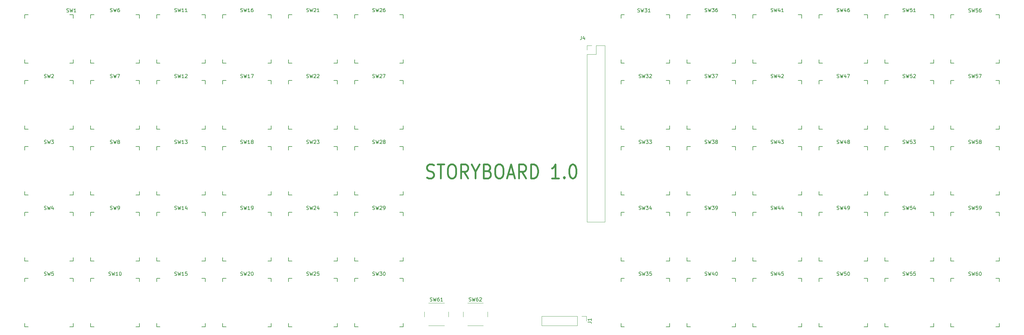
<source format=gto>
G04 #@! TF.GenerationSoftware,KiCad,Pcbnew,(6.0.10)*
G04 #@! TF.CreationDate,2023-08-27T18:11:45-04:00*
G04 #@! TF.ProjectId,storyboard,73746f72-7962-46f6-9172-642e6b696361,rev?*
G04 #@! TF.SameCoordinates,Original*
G04 #@! TF.FileFunction,Legend,Top*
G04 #@! TF.FilePolarity,Positive*
%FSLAX46Y46*%
G04 Gerber Fmt 4.6, Leading zero omitted, Abs format (unit mm)*
G04 Created by KiCad (PCBNEW (6.0.10)) date 2023-08-27 18:11:45*
%MOMM*%
%LPD*%
G01*
G04 APERTURE LIST*
%ADD10C,0.500000*%
%ADD11C,0.150000*%
%ADD12C,0.120000*%
%ADD13C,3.987800*%
%ADD14C,1.701800*%
%ADD15C,3.000000*%
%ADD16C,2.000000*%
%ADD17R,1.700000X1.700000*%
%ADD18O,1.700000X1.700000*%
%ADD19C,2.700000*%
%ADD20C,6.000000*%
%ADD21C,1.597660*%
%ADD22C,1.099820*%
G04 APERTURE END LIST*
D10*
X179500000Y-91819047D02*
X180000000Y-92009523D01*
X180833333Y-92009523D01*
X181166666Y-91819047D01*
X181333333Y-91628571D01*
X181500000Y-91247619D01*
X181500000Y-90866666D01*
X181333333Y-90485714D01*
X181166666Y-90295238D01*
X180833333Y-90104761D01*
X180166666Y-89914285D01*
X179833333Y-89723809D01*
X179666666Y-89533333D01*
X179500000Y-89152380D01*
X179500000Y-88771428D01*
X179666666Y-88390476D01*
X179833333Y-88200000D01*
X180166666Y-88009523D01*
X181000000Y-88009523D01*
X181500000Y-88200000D01*
X182500000Y-88009523D02*
X184500000Y-88009523D01*
X183500000Y-92009523D02*
X183500000Y-88009523D01*
X186333333Y-88009523D02*
X187000000Y-88009523D01*
X187333333Y-88200000D01*
X187666666Y-88580952D01*
X187833333Y-89342857D01*
X187833333Y-90676190D01*
X187666666Y-91438095D01*
X187333333Y-91819047D01*
X187000000Y-92009523D01*
X186333333Y-92009523D01*
X186000000Y-91819047D01*
X185666666Y-91438095D01*
X185500000Y-90676190D01*
X185500000Y-89342857D01*
X185666666Y-88580952D01*
X186000000Y-88200000D01*
X186333333Y-88009523D01*
X191333333Y-92009523D02*
X190166666Y-90104761D01*
X189333333Y-92009523D02*
X189333333Y-88009523D01*
X190666666Y-88009523D01*
X191000000Y-88200000D01*
X191166666Y-88390476D01*
X191333333Y-88771428D01*
X191333333Y-89342857D01*
X191166666Y-89723809D01*
X191000000Y-89914285D01*
X190666666Y-90104761D01*
X189333333Y-90104761D01*
X193500000Y-90104761D02*
X193500000Y-92009523D01*
X192333333Y-88009523D02*
X193500000Y-90104761D01*
X194666666Y-88009523D01*
X197000000Y-89914285D02*
X197500000Y-90104761D01*
X197666666Y-90295238D01*
X197833333Y-90676190D01*
X197833333Y-91247619D01*
X197666666Y-91628571D01*
X197500000Y-91819047D01*
X197166666Y-92009523D01*
X195833333Y-92009523D01*
X195833333Y-88009523D01*
X197000000Y-88009523D01*
X197333333Y-88200000D01*
X197500000Y-88390476D01*
X197666666Y-88771428D01*
X197666666Y-89152380D01*
X197500000Y-89533333D01*
X197333333Y-89723809D01*
X197000000Y-89914285D01*
X195833333Y-89914285D01*
X200000000Y-88009523D02*
X200666666Y-88009523D01*
X201000000Y-88200000D01*
X201333333Y-88580952D01*
X201500000Y-89342857D01*
X201500000Y-90676190D01*
X201333333Y-91438095D01*
X201000000Y-91819047D01*
X200666666Y-92009523D01*
X200000000Y-92009523D01*
X199666666Y-91819047D01*
X199333333Y-91438095D01*
X199166666Y-90676190D01*
X199166666Y-89342857D01*
X199333333Y-88580952D01*
X199666666Y-88200000D01*
X200000000Y-88009523D01*
X202833333Y-90866666D02*
X204500000Y-90866666D01*
X202500000Y-92009523D02*
X203666666Y-88009523D01*
X204833333Y-92009523D01*
X208000000Y-92009523D02*
X206833333Y-90104761D01*
X206000000Y-92009523D02*
X206000000Y-88009523D01*
X207333333Y-88009523D01*
X207666666Y-88200000D01*
X207833333Y-88390476D01*
X208000000Y-88771428D01*
X208000000Y-89342857D01*
X207833333Y-89723809D01*
X207666666Y-89914285D01*
X207333333Y-90104761D01*
X206000000Y-90104761D01*
X209500000Y-92009523D02*
X209500000Y-88009523D01*
X210333333Y-88009523D01*
X210833333Y-88200000D01*
X211166666Y-88580952D01*
X211333333Y-88961904D01*
X211500000Y-89723809D01*
X211500000Y-90295238D01*
X211333333Y-91057142D01*
X211166666Y-91438095D01*
X210833333Y-91819047D01*
X210333333Y-92009523D01*
X209500000Y-92009523D01*
X217500000Y-92009523D02*
X215500000Y-92009523D01*
X216500000Y-92009523D02*
X216500000Y-88009523D01*
X216166666Y-88580952D01*
X215833333Y-88961904D01*
X215500000Y-89152380D01*
X219000000Y-91628571D02*
X219166666Y-91819047D01*
X219000000Y-92009523D01*
X218833333Y-91819047D01*
X219000000Y-91628571D01*
X219000000Y-92009523D01*
X221333333Y-88009523D02*
X221666666Y-88009523D01*
X222000000Y-88200000D01*
X222166666Y-88390476D01*
X222333333Y-88771428D01*
X222500000Y-89533333D01*
X222500000Y-90485714D01*
X222333333Y-91247619D01*
X222166666Y-91628571D01*
X222000000Y-91819047D01*
X221666666Y-92009523D01*
X221333333Y-92009523D01*
X221000000Y-91819047D01*
X220833333Y-91628571D01*
X220666666Y-91247619D01*
X220500000Y-90485714D01*
X220500000Y-89533333D01*
X220666666Y-88771428D01*
X220833333Y-88390476D01*
X221000000Y-88200000D01*
X221333333Y-88009523D01*
D11*
X316520476Y-43949761D02*
X316663333Y-43997380D01*
X316901428Y-43997380D01*
X316996666Y-43949761D01*
X317044285Y-43902142D01*
X317091904Y-43806904D01*
X317091904Y-43711666D01*
X317044285Y-43616428D01*
X316996666Y-43568809D01*
X316901428Y-43521190D01*
X316710952Y-43473571D01*
X316615714Y-43425952D01*
X316568095Y-43378333D01*
X316520476Y-43283095D01*
X316520476Y-43187857D01*
X316568095Y-43092619D01*
X316615714Y-43045000D01*
X316710952Y-42997380D01*
X316949047Y-42997380D01*
X317091904Y-43045000D01*
X317425238Y-42997380D02*
X317663333Y-43997380D01*
X317853809Y-43283095D01*
X318044285Y-43997380D01*
X318282380Y-42997380D01*
X319139523Y-42997380D02*
X318663333Y-42997380D01*
X318615714Y-43473571D01*
X318663333Y-43425952D01*
X318758571Y-43378333D01*
X318996666Y-43378333D01*
X319091904Y-43425952D01*
X319139523Y-43473571D01*
X319187142Y-43568809D01*
X319187142Y-43806904D01*
X319139523Y-43902142D01*
X319091904Y-43949761D01*
X318996666Y-43997380D01*
X318758571Y-43997380D01*
X318663333Y-43949761D01*
X318615714Y-43902142D01*
X320139523Y-43997380D02*
X319568095Y-43997380D01*
X319853809Y-43997380D02*
X319853809Y-42997380D01*
X319758571Y-43140238D01*
X319663333Y-43235476D01*
X319568095Y-43283095D01*
X125840476Y-43949761D02*
X125983333Y-43997380D01*
X126221428Y-43997380D01*
X126316666Y-43949761D01*
X126364285Y-43902142D01*
X126411904Y-43806904D01*
X126411904Y-43711666D01*
X126364285Y-43616428D01*
X126316666Y-43568809D01*
X126221428Y-43521190D01*
X126030952Y-43473571D01*
X125935714Y-43425952D01*
X125888095Y-43378333D01*
X125840476Y-43283095D01*
X125840476Y-43187857D01*
X125888095Y-43092619D01*
X125935714Y-43045000D01*
X126030952Y-42997380D01*
X126269047Y-42997380D01*
X126411904Y-43045000D01*
X126745238Y-42997380D02*
X126983333Y-43997380D01*
X127173809Y-43283095D01*
X127364285Y-43997380D01*
X127602380Y-42997380D01*
X128507142Y-43997380D02*
X127935714Y-43997380D01*
X128221428Y-43997380D02*
X128221428Y-42997380D01*
X128126190Y-43140238D01*
X128030952Y-43235476D01*
X127935714Y-43283095D01*
X129364285Y-42997380D02*
X129173809Y-42997380D01*
X129078571Y-43045000D01*
X129030952Y-43092619D01*
X128935714Y-43235476D01*
X128888095Y-43425952D01*
X128888095Y-43806904D01*
X128935714Y-43902142D01*
X128983333Y-43949761D01*
X129078571Y-43997380D01*
X129269047Y-43997380D01*
X129364285Y-43949761D01*
X129411904Y-43902142D01*
X129459523Y-43806904D01*
X129459523Y-43568809D01*
X129411904Y-43473571D01*
X129364285Y-43425952D01*
X129269047Y-43378333D01*
X129078571Y-43378333D01*
X128983333Y-43425952D01*
X128935714Y-43473571D01*
X128888095Y-43568809D01*
X88316666Y-100949761D02*
X88459523Y-100997380D01*
X88697619Y-100997380D01*
X88792857Y-100949761D01*
X88840476Y-100902142D01*
X88888095Y-100806904D01*
X88888095Y-100711666D01*
X88840476Y-100616428D01*
X88792857Y-100568809D01*
X88697619Y-100521190D01*
X88507142Y-100473571D01*
X88411904Y-100425952D01*
X88364285Y-100378333D01*
X88316666Y-100283095D01*
X88316666Y-100187857D01*
X88364285Y-100092619D01*
X88411904Y-100045000D01*
X88507142Y-99997380D01*
X88745238Y-99997380D01*
X88888095Y-100045000D01*
X89221428Y-99997380D02*
X89459523Y-100997380D01*
X89650000Y-100283095D01*
X89840476Y-100997380D01*
X90078571Y-99997380D01*
X90507142Y-100997380D02*
X90697619Y-100997380D01*
X90792857Y-100949761D01*
X90840476Y-100902142D01*
X90935714Y-100759285D01*
X90983333Y-100568809D01*
X90983333Y-100187857D01*
X90935714Y-100092619D01*
X90888095Y-100045000D01*
X90792857Y-99997380D01*
X90602380Y-99997380D01*
X90507142Y-100045000D01*
X90459523Y-100092619D01*
X90411904Y-100187857D01*
X90411904Y-100425952D01*
X90459523Y-100521190D01*
X90507142Y-100568809D01*
X90602380Y-100616428D01*
X90792857Y-100616428D01*
X90888095Y-100568809D01*
X90935714Y-100521190D01*
X90983333Y-100425952D01*
X240520476Y-119949761D02*
X240663333Y-119997380D01*
X240901428Y-119997380D01*
X240996666Y-119949761D01*
X241044285Y-119902142D01*
X241091904Y-119806904D01*
X241091904Y-119711666D01*
X241044285Y-119616428D01*
X240996666Y-119568809D01*
X240901428Y-119521190D01*
X240710952Y-119473571D01*
X240615714Y-119425952D01*
X240568095Y-119378333D01*
X240520476Y-119283095D01*
X240520476Y-119187857D01*
X240568095Y-119092619D01*
X240615714Y-119045000D01*
X240710952Y-118997380D01*
X240949047Y-118997380D01*
X241091904Y-119045000D01*
X241425238Y-118997380D02*
X241663333Y-119997380D01*
X241853809Y-119283095D01*
X242044285Y-119997380D01*
X242282380Y-118997380D01*
X242568095Y-118997380D02*
X243187142Y-118997380D01*
X242853809Y-119378333D01*
X242996666Y-119378333D01*
X243091904Y-119425952D01*
X243139523Y-119473571D01*
X243187142Y-119568809D01*
X243187142Y-119806904D01*
X243139523Y-119902142D01*
X243091904Y-119949761D01*
X242996666Y-119997380D01*
X242710952Y-119997380D01*
X242615714Y-119949761D01*
X242568095Y-119902142D01*
X244091904Y-118997380D02*
X243615714Y-118997380D01*
X243568095Y-119473571D01*
X243615714Y-119425952D01*
X243710952Y-119378333D01*
X243949047Y-119378333D01*
X244044285Y-119425952D01*
X244091904Y-119473571D01*
X244139523Y-119568809D01*
X244139523Y-119806904D01*
X244091904Y-119902142D01*
X244044285Y-119949761D01*
X243949047Y-119997380D01*
X243710952Y-119997380D01*
X243615714Y-119949761D01*
X243568095Y-119902142D01*
X163840476Y-81949761D02*
X163983333Y-81997380D01*
X164221428Y-81997380D01*
X164316666Y-81949761D01*
X164364285Y-81902142D01*
X164411904Y-81806904D01*
X164411904Y-81711666D01*
X164364285Y-81616428D01*
X164316666Y-81568809D01*
X164221428Y-81521190D01*
X164030952Y-81473571D01*
X163935714Y-81425952D01*
X163888095Y-81378333D01*
X163840476Y-81283095D01*
X163840476Y-81187857D01*
X163888095Y-81092619D01*
X163935714Y-81045000D01*
X164030952Y-80997380D01*
X164269047Y-80997380D01*
X164411904Y-81045000D01*
X164745238Y-80997380D02*
X164983333Y-81997380D01*
X165173809Y-81283095D01*
X165364285Y-81997380D01*
X165602380Y-80997380D01*
X165935714Y-81092619D02*
X165983333Y-81045000D01*
X166078571Y-80997380D01*
X166316666Y-80997380D01*
X166411904Y-81045000D01*
X166459523Y-81092619D01*
X166507142Y-81187857D01*
X166507142Y-81283095D01*
X166459523Y-81425952D01*
X165888095Y-81997380D01*
X166507142Y-81997380D01*
X167078571Y-81425952D02*
X166983333Y-81378333D01*
X166935714Y-81330714D01*
X166888095Y-81235476D01*
X166888095Y-81187857D01*
X166935714Y-81092619D01*
X166983333Y-81045000D01*
X167078571Y-80997380D01*
X167269047Y-80997380D01*
X167364285Y-81045000D01*
X167411904Y-81092619D01*
X167459523Y-81187857D01*
X167459523Y-81235476D01*
X167411904Y-81330714D01*
X167364285Y-81378333D01*
X167269047Y-81425952D01*
X167078571Y-81425952D01*
X166983333Y-81473571D01*
X166935714Y-81521190D01*
X166888095Y-81616428D01*
X166888095Y-81806904D01*
X166935714Y-81902142D01*
X166983333Y-81949761D01*
X167078571Y-81997380D01*
X167269047Y-81997380D01*
X167364285Y-81949761D01*
X167411904Y-81902142D01*
X167459523Y-81806904D01*
X167459523Y-81616428D01*
X167411904Y-81521190D01*
X167364285Y-81473571D01*
X167269047Y-81425952D01*
X125840476Y-100949761D02*
X125983333Y-100997380D01*
X126221428Y-100997380D01*
X126316666Y-100949761D01*
X126364285Y-100902142D01*
X126411904Y-100806904D01*
X126411904Y-100711666D01*
X126364285Y-100616428D01*
X126316666Y-100568809D01*
X126221428Y-100521190D01*
X126030952Y-100473571D01*
X125935714Y-100425952D01*
X125888095Y-100378333D01*
X125840476Y-100283095D01*
X125840476Y-100187857D01*
X125888095Y-100092619D01*
X125935714Y-100045000D01*
X126030952Y-99997380D01*
X126269047Y-99997380D01*
X126411904Y-100045000D01*
X126745238Y-99997380D02*
X126983333Y-100997380D01*
X127173809Y-100283095D01*
X127364285Y-100997380D01*
X127602380Y-99997380D01*
X128507142Y-100997380D02*
X127935714Y-100997380D01*
X128221428Y-100997380D02*
X128221428Y-99997380D01*
X128126190Y-100140238D01*
X128030952Y-100235476D01*
X127935714Y-100283095D01*
X128983333Y-100997380D02*
X129173809Y-100997380D01*
X129269047Y-100949761D01*
X129316666Y-100902142D01*
X129411904Y-100759285D01*
X129459523Y-100568809D01*
X129459523Y-100187857D01*
X129411904Y-100092619D01*
X129364285Y-100045000D01*
X129269047Y-99997380D01*
X129078571Y-99997380D01*
X128983333Y-100045000D01*
X128935714Y-100092619D01*
X128888095Y-100187857D01*
X128888095Y-100425952D01*
X128935714Y-100521190D01*
X128983333Y-100568809D01*
X129078571Y-100616428D01*
X129269047Y-100616428D01*
X129364285Y-100568809D01*
X129411904Y-100521190D01*
X129459523Y-100425952D01*
X259520476Y-81949761D02*
X259663333Y-81997380D01*
X259901428Y-81997380D01*
X259996666Y-81949761D01*
X260044285Y-81902142D01*
X260091904Y-81806904D01*
X260091904Y-81711666D01*
X260044285Y-81616428D01*
X259996666Y-81568809D01*
X259901428Y-81521190D01*
X259710952Y-81473571D01*
X259615714Y-81425952D01*
X259568095Y-81378333D01*
X259520476Y-81283095D01*
X259520476Y-81187857D01*
X259568095Y-81092619D01*
X259615714Y-81045000D01*
X259710952Y-80997380D01*
X259949047Y-80997380D01*
X260091904Y-81045000D01*
X260425238Y-80997380D02*
X260663333Y-81997380D01*
X260853809Y-81283095D01*
X261044285Y-81997380D01*
X261282380Y-80997380D01*
X261568095Y-80997380D02*
X262187142Y-80997380D01*
X261853809Y-81378333D01*
X261996666Y-81378333D01*
X262091904Y-81425952D01*
X262139523Y-81473571D01*
X262187142Y-81568809D01*
X262187142Y-81806904D01*
X262139523Y-81902142D01*
X262091904Y-81949761D01*
X261996666Y-81997380D01*
X261710952Y-81997380D01*
X261615714Y-81949761D01*
X261568095Y-81902142D01*
X262758571Y-81425952D02*
X262663333Y-81378333D01*
X262615714Y-81330714D01*
X262568095Y-81235476D01*
X262568095Y-81187857D01*
X262615714Y-81092619D01*
X262663333Y-81045000D01*
X262758571Y-80997380D01*
X262949047Y-80997380D01*
X263044285Y-81045000D01*
X263091904Y-81092619D01*
X263139523Y-81187857D01*
X263139523Y-81235476D01*
X263091904Y-81330714D01*
X263044285Y-81378333D01*
X262949047Y-81425952D01*
X262758571Y-81425952D01*
X262663333Y-81473571D01*
X262615714Y-81521190D01*
X262568095Y-81616428D01*
X262568095Y-81806904D01*
X262615714Y-81902142D01*
X262663333Y-81949761D01*
X262758571Y-81997380D01*
X262949047Y-81997380D01*
X263044285Y-81949761D01*
X263091904Y-81902142D01*
X263139523Y-81806904D01*
X263139523Y-81616428D01*
X263091904Y-81521190D01*
X263044285Y-81473571D01*
X262949047Y-81425952D01*
X106840476Y-43949761D02*
X106983333Y-43997380D01*
X107221428Y-43997380D01*
X107316666Y-43949761D01*
X107364285Y-43902142D01*
X107411904Y-43806904D01*
X107411904Y-43711666D01*
X107364285Y-43616428D01*
X107316666Y-43568809D01*
X107221428Y-43521190D01*
X107030952Y-43473571D01*
X106935714Y-43425952D01*
X106888095Y-43378333D01*
X106840476Y-43283095D01*
X106840476Y-43187857D01*
X106888095Y-43092619D01*
X106935714Y-43045000D01*
X107030952Y-42997380D01*
X107269047Y-42997380D01*
X107411904Y-43045000D01*
X107745238Y-42997380D02*
X107983333Y-43997380D01*
X108173809Y-43283095D01*
X108364285Y-43997380D01*
X108602380Y-42997380D01*
X109507142Y-43997380D02*
X108935714Y-43997380D01*
X109221428Y-43997380D02*
X109221428Y-42997380D01*
X109126190Y-43140238D01*
X109030952Y-43235476D01*
X108935714Y-43283095D01*
X110459523Y-43997380D02*
X109888095Y-43997380D01*
X110173809Y-43997380D02*
X110173809Y-42997380D01*
X110078571Y-43140238D01*
X109983333Y-43235476D01*
X109888095Y-43283095D01*
X106840476Y-119949761D02*
X106983333Y-119997380D01*
X107221428Y-119997380D01*
X107316666Y-119949761D01*
X107364285Y-119902142D01*
X107411904Y-119806904D01*
X107411904Y-119711666D01*
X107364285Y-119616428D01*
X107316666Y-119568809D01*
X107221428Y-119521190D01*
X107030952Y-119473571D01*
X106935714Y-119425952D01*
X106888095Y-119378333D01*
X106840476Y-119283095D01*
X106840476Y-119187857D01*
X106888095Y-119092619D01*
X106935714Y-119045000D01*
X107030952Y-118997380D01*
X107269047Y-118997380D01*
X107411904Y-119045000D01*
X107745238Y-118997380D02*
X107983333Y-119997380D01*
X108173809Y-119283095D01*
X108364285Y-119997380D01*
X108602380Y-118997380D01*
X109507142Y-119997380D02*
X108935714Y-119997380D01*
X109221428Y-119997380D02*
X109221428Y-118997380D01*
X109126190Y-119140238D01*
X109030952Y-119235476D01*
X108935714Y-119283095D01*
X110411904Y-118997380D02*
X109935714Y-118997380D01*
X109888095Y-119473571D01*
X109935714Y-119425952D01*
X110030952Y-119378333D01*
X110269047Y-119378333D01*
X110364285Y-119425952D01*
X110411904Y-119473571D01*
X110459523Y-119568809D01*
X110459523Y-119806904D01*
X110411904Y-119902142D01*
X110364285Y-119949761D01*
X110269047Y-119997380D01*
X110030952Y-119997380D01*
X109935714Y-119949761D01*
X109888095Y-119902142D01*
X297520476Y-62949761D02*
X297663333Y-62997380D01*
X297901428Y-62997380D01*
X297996666Y-62949761D01*
X298044285Y-62902142D01*
X298091904Y-62806904D01*
X298091904Y-62711666D01*
X298044285Y-62616428D01*
X297996666Y-62568809D01*
X297901428Y-62521190D01*
X297710952Y-62473571D01*
X297615714Y-62425952D01*
X297568095Y-62378333D01*
X297520476Y-62283095D01*
X297520476Y-62187857D01*
X297568095Y-62092619D01*
X297615714Y-62045000D01*
X297710952Y-61997380D01*
X297949047Y-61997380D01*
X298091904Y-62045000D01*
X298425238Y-61997380D02*
X298663333Y-62997380D01*
X298853809Y-62283095D01*
X299044285Y-62997380D01*
X299282380Y-61997380D01*
X300091904Y-62330714D02*
X300091904Y-62997380D01*
X299853809Y-61949761D02*
X299615714Y-62664047D01*
X300234761Y-62664047D01*
X300520476Y-61997380D02*
X301187142Y-61997380D01*
X300758571Y-62997380D01*
X125840476Y-62949761D02*
X125983333Y-62997380D01*
X126221428Y-62997380D01*
X126316666Y-62949761D01*
X126364285Y-62902142D01*
X126411904Y-62806904D01*
X126411904Y-62711666D01*
X126364285Y-62616428D01*
X126316666Y-62568809D01*
X126221428Y-62521190D01*
X126030952Y-62473571D01*
X125935714Y-62425952D01*
X125888095Y-62378333D01*
X125840476Y-62283095D01*
X125840476Y-62187857D01*
X125888095Y-62092619D01*
X125935714Y-62045000D01*
X126030952Y-61997380D01*
X126269047Y-61997380D01*
X126411904Y-62045000D01*
X126745238Y-61997380D02*
X126983333Y-62997380D01*
X127173809Y-62283095D01*
X127364285Y-62997380D01*
X127602380Y-61997380D01*
X128507142Y-62997380D02*
X127935714Y-62997380D01*
X128221428Y-62997380D02*
X128221428Y-61997380D01*
X128126190Y-62140238D01*
X128030952Y-62235476D01*
X127935714Y-62283095D01*
X128840476Y-61997380D02*
X129507142Y-61997380D01*
X129078571Y-62997380D01*
X144840476Y-81949761D02*
X144983333Y-81997380D01*
X145221428Y-81997380D01*
X145316666Y-81949761D01*
X145364285Y-81902142D01*
X145411904Y-81806904D01*
X145411904Y-81711666D01*
X145364285Y-81616428D01*
X145316666Y-81568809D01*
X145221428Y-81521190D01*
X145030952Y-81473571D01*
X144935714Y-81425952D01*
X144888095Y-81378333D01*
X144840476Y-81283095D01*
X144840476Y-81187857D01*
X144888095Y-81092619D01*
X144935714Y-81045000D01*
X145030952Y-80997380D01*
X145269047Y-80997380D01*
X145411904Y-81045000D01*
X145745238Y-80997380D02*
X145983333Y-81997380D01*
X146173809Y-81283095D01*
X146364285Y-81997380D01*
X146602380Y-80997380D01*
X146935714Y-81092619D02*
X146983333Y-81045000D01*
X147078571Y-80997380D01*
X147316666Y-80997380D01*
X147411904Y-81045000D01*
X147459523Y-81092619D01*
X147507142Y-81187857D01*
X147507142Y-81283095D01*
X147459523Y-81425952D01*
X146888095Y-81997380D01*
X147507142Y-81997380D01*
X147840476Y-80997380D02*
X148459523Y-80997380D01*
X148126190Y-81378333D01*
X148269047Y-81378333D01*
X148364285Y-81425952D01*
X148411904Y-81473571D01*
X148459523Y-81568809D01*
X148459523Y-81806904D01*
X148411904Y-81902142D01*
X148364285Y-81949761D01*
X148269047Y-81997380D01*
X147983333Y-81997380D01*
X147888095Y-81949761D01*
X147840476Y-81902142D01*
X278520476Y-43949761D02*
X278663333Y-43997380D01*
X278901428Y-43997380D01*
X278996666Y-43949761D01*
X279044285Y-43902142D01*
X279091904Y-43806904D01*
X279091904Y-43711666D01*
X279044285Y-43616428D01*
X278996666Y-43568809D01*
X278901428Y-43521190D01*
X278710952Y-43473571D01*
X278615714Y-43425952D01*
X278568095Y-43378333D01*
X278520476Y-43283095D01*
X278520476Y-43187857D01*
X278568095Y-43092619D01*
X278615714Y-43045000D01*
X278710952Y-42997380D01*
X278949047Y-42997380D01*
X279091904Y-43045000D01*
X279425238Y-42997380D02*
X279663333Y-43997380D01*
X279853809Y-43283095D01*
X280044285Y-43997380D01*
X280282380Y-42997380D01*
X281091904Y-43330714D02*
X281091904Y-43997380D01*
X280853809Y-42949761D02*
X280615714Y-43664047D01*
X281234761Y-43664047D01*
X282139523Y-43997380D02*
X281568095Y-43997380D01*
X281853809Y-43997380D02*
X281853809Y-42997380D01*
X281758571Y-43140238D01*
X281663333Y-43235476D01*
X281568095Y-43283095D01*
X106840476Y-81949761D02*
X106983333Y-81997380D01*
X107221428Y-81997380D01*
X107316666Y-81949761D01*
X107364285Y-81902142D01*
X107411904Y-81806904D01*
X107411904Y-81711666D01*
X107364285Y-81616428D01*
X107316666Y-81568809D01*
X107221428Y-81521190D01*
X107030952Y-81473571D01*
X106935714Y-81425952D01*
X106888095Y-81378333D01*
X106840476Y-81283095D01*
X106840476Y-81187857D01*
X106888095Y-81092619D01*
X106935714Y-81045000D01*
X107030952Y-80997380D01*
X107269047Y-80997380D01*
X107411904Y-81045000D01*
X107745238Y-80997380D02*
X107983333Y-81997380D01*
X108173809Y-81283095D01*
X108364285Y-81997380D01*
X108602380Y-80997380D01*
X109507142Y-81997380D02*
X108935714Y-81997380D01*
X109221428Y-81997380D02*
X109221428Y-80997380D01*
X109126190Y-81140238D01*
X109030952Y-81235476D01*
X108935714Y-81283095D01*
X109840476Y-80997380D02*
X110459523Y-80997380D01*
X110126190Y-81378333D01*
X110269047Y-81378333D01*
X110364285Y-81425952D01*
X110411904Y-81473571D01*
X110459523Y-81568809D01*
X110459523Y-81806904D01*
X110411904Y-81902142D01*
X110364285Y-81949761D01*
X110269047Y-81997380D01*
X109983333Y-81997380D01*
X109888095Y-81949761D01*
X109840476Y-81902142D01*
X278520476Y-100949761D02*
X278663333Y-100997380D01*
X278901428Y-100997380D01*
X278996666Y-100949761D01*
X279044285Y-100902142D01*
X279091904Y-100806904D01*
X279091904Y-100711666D01*
X279044285Y-100616428D01*
X278996666Y-100568809D01*
X278901428Y-100521190D01*
X278710952Y-100473571D01*
X278615714Y-100425952D01*
X278568095Y-100378333D01*
X278520476Y-100283095D01*
X278520476Y-100187857D01*
X278568095Y-100092619D01*
X278615714Y-100045000D01*
X278710952Y-99997380D01*
X278949047Y-99997380D01*
X279091904Y-100045000D01*
X279425238Y-99997380D02*
X279663333Y-100997380D01*
X279853809Y-100283095D01*
X280044285Y-100997380D01*
X280282380Y-99997380D01*
X281091904Y-100330714D02*
X281091904Y-100997380D01*
X280853809Y-99949761D02*
X280615714Y-100664047D01*
X281234761Y-100664047D01*
X282044285Y-100330714D02*
X282044285Y-100997380D01*
X281806190Y-99949761D02*
X281568095Y-100664047D01*
X282187142Y-100664047D01*
X278520476Y-119949761D02*
X278663333Y-119997380D01*
X278901428Y-119997380D01*
X278996666Y-119949761D01*
X279044285Y-119902142D01*
X279091904Y-119806904D01*
X279091904Y-119711666D01*
X279044285Y-119616428D01*
X278996666Y-119568809D01*
X278901428Y-119521190D01*
X278710952Y-119473571D01*
X278615714Y-119425952D01*
X278568095Y-119378333D01*
X278520476Y-119283095D01*
X278520476Y-119187857D01*
X278568095Y-119092619D01*
X278615714Y-119045000D01*
X278710952Y-118997380D01*
X278949047Y-118997380D01*
X279091904Y-119045000D01*
X279425238Y-118997380D02*
X279663333Y-119997380D01*
X279853809Y-119283095D01*
X280044285Y-119997380D01*
X280282380Y-118997380D01*
X281091904Y-119330714D02*
X281091904Y-119997380D01*
X280853809Y-118949761D02*
X280615714Y-119664047D01*
X281234761Y-119664047D01*
X282091904Y-118997380D02*
X281615714Y-118997380D01*
X281568095Y-119473571D01*
X281615714Y-119425952D01*
X281710952Y-119378333D01*
X281949047Y-119378333D01*
X282044285Y-119425952D01*
X282091904Y-119473571D01*
X282139523Y-119568809D01*
X282139523Y-119806904D01*
X282091904Y-119902142D01*
X282044285Y-119949761D01*
X281949047Y-119997380D01*
X281710952Y-119997380D01*
X281615714Y-119949761D01*
X281568095Y-119902142D01*
X335440476Y-44004761D02*
X335583333Y-44052380D01*
X335821428Y-44052380D01*
X335916666Y-44004761D01*
X335964285Y-43957142D01*
X336011904Y-43861904D01*
X336011904Y-43766666D01*
X335964285Y-43671428D01*
X335916666Y-43623809D01*
X335821428Y-43576190D01*
X335630952Y-43528571D01*
X335535714Y-43480952D01*
X335488095Y-43433333D01*
X335440476Y-43338095D01*
X335440476Y-43242857D01*
X335488095Y-43147619D01*
X335535714Y-43100000D01*
X335630952Y-43052380D01*
X335869047Y-43052380D01*
X336011904Y-43100000D01*
X336345238Y-43052380D02*
X336583333Y-44052380D01*
X336773809Y-43338095D01*
X336964285Y-44052380D01*
X337202380Y-43052380D01*
X338059523Y-43052380D02*
X337583333Y-43052380D01*
X337535714Y-43528571D01*
X337583333Y-43480952D01*
X337678571Y-43433333D01*
X337916666Y-43433333D01*
X338011904Y-43480952D01*
X338059523Y-43528571D01*
X338107142Y-43623809D01*
X338107142Y-43861904D01*
X338059523Y-43957142D01*
X338011904Y-44004761D01*
X337916666Y-44052380D01*
X337678571Y-44052380D01*
X337583333Y-44004761D01*
X337535714Y-43957142D01*
X338964285Y-43052380D02*
X338773809Y-43052380D01*
X338678571Y-43100000D01*
X338630952Y-43147619D01*
X338535714Y-43290476D01*
X338488095Y-43480952D01*
X338488095Y-43861904D01*
X338535714Y-43957142D01*
X338583333Y-44004761D01*
X338678571Y-44052380D01*
X338869047Y-44052380D01*
X338964285Y-44004761D01*
X339011904Y-43957142D01*
X339059523Y-43861904D01*
X339059523Y-43623809D01*
X339011904Y-43528571D01*
X338964285Y-43480952D01*
X338869047Y-43433333D01*
X338678571Y-43433333D01*
X338583333Y-43480952D01*
X338535714Y-43528571D01*
X338488095Y-43623809D01*
X88316666Y-81949761D02*
X88459523Y-81997380D01*
X88697619Y-81997380D01*
X88792857Y-81949761D01*
X88840476Y-81902142D01*
X88888095Y-81806904D01*
X88888095Y-81711666D01*
X88840476Y-81616428D01*
X88792857Y-81568809D01*
X88697619Y-81521190D01*
X88507142Y-81473571D01*
X88411904Y-81425952D01*
X88364285Y-81378333D01*
X88316666Y-81283095D01*
X88316666Y-81187857D01*
X88364285Y-81092619D01*
X88411904Y-81045000D01*
X88507142Y-80997380D01*
X88745238Y-80997380D01*
X88888095Y-81045000D01*
X89221428Y-80997380D02*
X89459523Y-81997380D01*
X89650000Y-81283095D01*
X89840476Y-81997380D01*
X90078571Y-80997380D01*
X90602380Y-81425952D02*
X90507142Y-81378333D01*
X90459523Y-81330714D01*
X90411904Y-81235476D01*
X90411904Y-81187857D01*
X90459523Y-81092619D01*
X90507142Y-81045000D01*
X90602380Y-80997380D01*
X90792857Y-80997380D01*
X90888095Y-81045000D01*
X90935714Y-81092619D01*
X90983333Y-81187857D01*
X90983333Y-81235476D01*
X90935714Y-81330714D01*
X90888095Y-81378333D01*
X90792857Y-81425952D01*
X90602380Y-81425952D01*
X90507142Y-81473571D01*
X90459523Y-81521190D01*
X90411904Y-81616428D01*
X90411904Y-81806904D01*
X90459523Y-81902142D01*
X90507142Y-81949761D01*
X90602380Y-81997380D01*
X90792857Y-81997380D01*
X90888095Y-81949761D01*
X90935714Y-81902142D01*
X90983333Y-81806904D01*
X90983333Y-81616428D01*
X90935714Y-81521190D01*
X90888095Y-81473571D01*
X90792857Y-81425952D01*
X335440476Y-100949761D02*
X335583333Y-100997380D01*
X335821428Y-100997380D01*
X335916666Y-100949761D01*
X335964285Y-100902142D01*
X336011904Y-100806904D01*
X336011904Y-100711666D01*
X335964285Y-100616428D01*
X335916666Y-100568809D01*
X335821428Y-100521190D01*
X335630952Y-100473571D01*
X335535714Y-100425952D01*
X335488095Y-100378333D01*
X335440476Y-100283095D01*
X335440476Y-100187857D01*
X335488095Y-100092619D01*
X335535714Y-100045000D01*
X335630952Y-99997380D01*
X335869047Y-99997380D01*
X336011904Y-100045000D01*
X336345238Y-99997380D02*
X336583333Y-100997380D01*
X336773809Y-100283095D01*
X336964285Y-100997380D01*
X337202380Y-99997380D01*
X338059523Y-99997380D02*
X337583333Y-99997380D01*
X337535714Y-100473571D01*
X337583333Y-100425952D01*
X337678571Y-100378333D01*
X337916666Y-100378333D01*
X338011904Y-100425952D01*
X338059523Y-100473571D01*
X338107142Y-100568809D01*
X338107142Y-100806904D01*
X338059523Y-100902142D01*
X338011904Y-100949761D01*
X337916666Y-100997380D01*
X337678571Y-100997380D01*
X337583333Y-100949761D01*
X337535714Y-100902142D01*
X338583333Y-100997380D02*
X338773809Y-100997380D01*
X338869047Y-100949761D01*
X338916666Y-100902142D01*
X339011904Y-100759285D01*
X339059523Y-100568809D01*
X339059523Y-100187857D01*
X339011904Y-100092619D01*
X338964285Y-100045000D01*
X338869047Y-99997380D01*
X338678571Y-99997380D01*
X338583333Y-100045000D01*
X338535714Y-100092619D01*
X338488095Y-100187857D01*
X338488095Y-100425952D01*
X338535714Y-100521190D01*
X338583333Y-100568809D01*
X338678571Y-100616428D01*
X338869047Y-100616428D01*
X338964285Y-100568809D01*
X339011904Y-100521190D01*
X339059523Y-100425952D01*
X240520476Y-100949761D02*
X240663333Y-100997380D01*
X240901428Y-100997380D01*
X240996666Y-100949761D01*
X241044285Y-100902142D01*
X241091904Y-100806904D01*
X241091904Y-100711666D01*
X241044285Y-100616428D01*
X240996666Y-100568809D01*
X240901428Y-100521190D01*
X240710952Y-100473571D01*
X240615714Y-100425952D01*
X240568095Y-100378333D01*
X240520476Y-100283095D01*
X240520476Y-100187857D01*
X240568095Y-100092619D01*
X240615714Y-100045000D01*
X240710952Y-99997380D01*
X240949047Y-99997380D01*
X241091904Y-100045000D01*
X241425238Y-99997380D02*
X241663333Y-100997380D01*
X241853809Y-100283095D01*
X242044285Y-100997380D01*
X242282380Y-99997380D01*
X242568095Y-99997380D02*
X243187142Y-99997380D01*
X242853809Y-100378333D01*
X242996666Y-100378333D01*
X243091904Y-100425952D01*
X243139523Y-100473571D01*
X243187142Y-100568809D01*
X243187142Y-100806904D01*
X243139523Y-100902142D01*
X243091904Y-100949761D01*
X242996666Y-100997380D01*
X242710952Y-100997380D01*
X242615714Y-100949761D01*
X242568095Y-100902142D01*
X244044285Y-100330714D02*
X244044285Y-100997380D01*
X243806190Y-99949761D02*
X243568095Y-100664047D01*
X244187142Y-100664047D01*
X163840476Y-43949761D02*
X163983333Y-43997380D01*
X164221428Y-43997380D01*
X164316666Y-43949761D01*
X164364285Y-43902142D01*
X164411904Y-43806904D01*
X164411904Y-43711666D01*
X164364285Y-43616428D01*
X164316666Y-43568809D01*
X164221428Y-43521190D01*
X164030952Y-43473571D01*
X163935714Y-43425952D01*
X163888095Y-43378333D01*
X163840476Y-43283095D01*
X163840476Y-43187857D01*
X163888095Y-43092619D01*
X163935714Y-43045000D01*
X164030952Y-42997380D01*
X164269047Y-42997380D01*
X164411904Y-43045000D01*
X164745238Y-42997380D02*
X164983333Y-43997380D01*
X165173809Y-43283095D01*
X165364285Y-43997380D01*
X165602380Y-42997380D01*
X165935714Y-43092619D02*
X165983333Y-43045000D01*
X166078571Y-42997380D01*
X166316666Y-42997380D01*
X166411904Y-43045000D01*
X166459523Y-43092619D01*
X166507142Y-43187857D01*
X166507142Y-43283095D01*
X166459523Y-43425952D01*
X165888095Y-43997380D01*
X166507142Y-43997380D01*
X167364285Y-42997380D02*
X167173809Y-42997380D01*
X167078571Y-43045000D01*
X167030952Y-43092619D01*
X166935714Y-43235476D01*
X166888095Y-43425952D01*
X166888095Y-43806904D01*
X166935714Y-43902142D01*
X166983333Y-43949761D01*
X167078571Y-43997380D01*
X167269047Y-43997380D01*
X167364285Y-43949761D01*
X167411904Y-43902142D01*
X167459523Y-43806904D01*
X167459523Y-43568809D01*
X167411904Y-43473571D01*
X167364285Y-43425952D01*
X167269047Y-43378333D01*
X167078571Y-43378333D01*
X166983333Y-43425952D01*
X166935714Y-43473571D01*
X166888095Y-43568809D01*
X259520476Y-43949761D02*
X259663333Y-43997380D01*
X259901428Y-43997380D01*
X259996666Y-43949761D01*
X260044285Y-43902142D01*
X260091904Y-43806904D01*
X260091904Y-43711666D01*
X260044285Y-43616428D01*
X259996666Y-43568809D01*
X259901428Y-43521190D01*
X259710952Y-43473571D01*
X259615714Y-43425952D01*
X259568095Y-43378333D01*
X259520476Y-43283095D01*
X259520476Y-43187857D01*
X259568095Y-43092619D01*
X259615714Y-43045000D01*
X259710952Y-42997380D01*
X259949047Y-42997380D01*
X260091904Y-43045000D01*
X260425238Y-42997380D02*
X260663333Y-43997380D01*
X260853809Y-43283095D01*
X261044285Y-43997380D01*
X261282380Y-42997380D01*
X261568095Y-42997380D02*
X262187142Y-42997380D01*
X261853809Y-43378333D01*
X261996666Y-43378333D01*
X262091904Y-43425952D01*
X262139523Y-43473571D01*
X262187142Y-43568809D01*
X262187142Y-43806904D01*
X262139523Y-43902142D01*
X262091904Y-43949761D01*
X261996666Y-43997380D01*
X261710952Y-43997380D01*
X261615714Y-43949761D01*
X261568095Y-43902142D01*
X263044285Y-42997380D02*
X262853809Y-42997380D01*
X262758571Y-43045000D01*
X262710952Y-43092619D01*
X262615714Y-43235476D01*
X262568095Y-43425952D01*
X262568095Y-43806904D01*
X262615714Y-43902142D01*
X262663333Y-43949761D01*
X262758571Y-43997380D01*
X262949047Y-43997380D01*
X263044285Y-43949761D01*
X263091904Y-43902142D01*
X263139523Y-43806904D01*
X263139523Y-43568809D01*
X263091904Y-43473571D01*
X263044285Y-43425952D01*
X262949047Y-43378333D01*
X262758571Y-43378333D01*
X262663333Y-43425952D01*
X262615714Y-43473571D01*
X262568095Y-43568809D01*
X144840476Y-119949761D02*
X144983333Y-119997380D01*
X145221428Y-119997380D01*
X145316666Y-119949761D01*
X145364285Y-119902142D01*
X145411904Y-119806904D01*
X145411904Y-119711666D01*
X145364285Y-119616428D01*
X145316666Y-119568809D01*
X145221428Y-119521190D01*
X145030952Y-119473571D01*
X144935714Y-119425952D01*
X144888095Y-119378333D01*
X144840476Y-119283095D01*
X144840476Y-119187857D01*
X144888095Y-119092619D01*
X144935714Y-119045000D01*
X145030952Y-118997380D01*
X145269047Y-118997380D01*
X145411904Y-119045000D01*
X145745238Y-118997380D02*
X145983333Y-119997380D01*
X146173809Y-119283095D01*
X146364285Y-119997380D01*
X146602380Y-118997380D01*
X146935714Y-119092619D02*
X146983333Y-119045000D01*
X147078571Y-118997380D01*
X147316666Y-118997380D01*
X147411904Y-119045000D01*
X147459523Y-119092619D01*
X147507142Y-119187857D01*
X147507142Y-119283095D01*
X147459523Y-119425952D01*
X146888095Y-119997380D01*
X147507142Y-119997380D01*
X148411904Y-118997380D02*
X147935714Y-118997380D01*
X147888095Y-119473571D01*
X147935714Y-119425952D01*
X148030952Y-119378333D01*
X148269047Y-119378333D01*
X148364285Y-119425952D01*
X148411904Y-119473571D01*
X148459523Y-119568809D01*
X148459523Y-119806904D01*
X148411904Y-119902142D01*
X148364285Y-119949761D01*
X148269047Y-119997380D01*
X148030952Y-119997380D01*
X147935714Y-119949761D01*
X147888095Y-119902142D01*
X297520476Y-119949761D02*
X297663333Y-119997380D01*
X297901428Y-119997380D01*
X297996666Y-119949761D01*
X298044285Y-119902142D01*
X298091904Y-119806904D01*
X298091904Y-119711666D01*
X298044285Y-119616428D01*
X297996666Y-119568809D01*
X297901428Y-119521190D01*
X297710952Y-119473571D01*
X297615714Y-119425952D01*
X297568095Y-119378333D01*
X297520476Y-119283095D01*
X297520476Y-119187857D01*
X297568095Y-119092619D01*
X297615714Y-119045000D01*
X297710952Y-118997380D01*
X297949047Y-118997380D01*
X298091904Y-119045000D01*
X298425238Y-118997380D02*
X298663333Y-119997380D01*
X298853809Y-119283095D01*
X299044285Y-119997380D01*
X299282380Y-118997380D01*
X300139523Y-118997380D02*
X299663333Y-118997380D01*
X299615714Y-119473571D01*
X299663333Y-119425952D01*
X299758571Y-119378333D01*
X299996666Y-119378333D01*
X300091904Y-119425952D01*
X300139523Y-119473571D01*
X300187142Y-119568809D01*
X300187142Y-119806904D01*
X300139523Y-119902142D01*
X300091904Y-119949761D01*
X299996666Y-119997380D01*
X299758571Y-119997380D01*
X299663333Y-119949761D01*
X299615714Y-119902142D01*
X300806190Y-118997380D02*
X300901428Y-118997380D01*
X300996666Y-119045000D01*
X301044285Y-119092619D01*
X301091904Y-119187857D01*
X301139523Y-119378333D01*
X301139523Y-119616428D01*
X301091904Y-119806904D01*
X301044285Y-119902142D01*
X300996666Y-119949761D01*
X300901428Y-119997380D01*
X300806190Y-119997380D01*
X300710952Y-119949761D01*
X300663333Y-119902142D01*
X300615714Y-119806904D01*
X300568095Y-119616428D01*
X300568095Y-119378333D01*
X300615714Y-119187857D01*
X300663333Y-119092619D01*
X300710952Y-119045000D01*
X300806190Y-118997380D01*
X316520476Y-100949761D02*
X316663333Y-100997380D01*
X316901428Y-100997380D01*
X316996666Y-100949761D01*
X317044285Y-100902142D01*
X317091904Y-100806904D01*
X317091904Y-100711666D01*
X317044285Y-100616428D01*
X316996666Y-100568809D01*
X316901428Y-100521190D01*
X316710952Y-100473571D01*
X316615714Y-100425952D01*
X316568095Y-100378333D01*
X316520476Y-100283095D01*
X316520476Y-100187857D01*
X316568095Y-100092619D01*
X316615714Y-100045000D01*
X316710952Y-99997380D01*
X316949047Y-99997380D01*
X317091904Y-100045000D01*
X317425238Y-99997380D02*
X317663333Y-100997380D01*
X317853809Y-100283095D01*
X318044285Y-100997380D01*
X318282380Y-99997380D01*
X319139523Y-99997380D02*
X318663333Y-99997380D01*
X318615714Y-100473571D01*
X318663333Y-100425952D01*
X318758571Y-100378333D01*
X318996666Y-100378333D01*
X319091904Y-100425952D01*
X319139523Y-100473571D01*
X319187142Y-100568809D01*
X319187142Y-100806904D01*
X319139523Y-100902142D01*
X319091904Y-100949761D01*
X318996666Y-100997380D01*
X318758571Y-100997380D01*
X318663333Y-100949761D01*
X318615714Y-100902142D01*
X320044285Y-100330714D02*
X320044285Y-100997380D01*
X319806190Y-99949761D02*
X319568095Y-100664047D01*
X320187142Y-100664047D01*
X316520476Y-81949761D02*
X316663333Y-81997380D01*
X316901428Y-81997380D01*
X316996666Y-81949761D01*
X317044285Y-81902142D01*
X317091904Y-81806904D01*
X317091904Y-81711666D01*
X317044285Y-81616428D01*
X316996666Y-81568809D01*
X316901428Y-81521190D01*
X316710952Y-81473571D01*
X316615714Y-81425952D01*
X316568095Y-81378333D01*
X316520476Y-81283095D01*
X316520476Y-81187857D01*
X316568095Y-81092619D01*
X316615714Y-81045000D01*
X316710952Y-80997380D01*
X316949047Y-80997380D01*
X317091904Y-81045000D01*
X317425238Y-80997380D02*
X317663333Y-81997380D01*
X317853809Y-81283095D01*
X318044285Y-81997380D01*
X318282380Y-80997380D01*
X319139523Y-80997380D02*
X318663333Y-80997380D01*
X318615714Y-81473571D01*
X318663333Y-81425952D01*
X318758571Y-81378333D01*
X318996666Y-81378333D01*
X319091904Y-81425952D01*
X319139523Y-81473571D01*
X319187142Y-81568809D01*
X319187142Y-81806904D01*
X319139523Y-81902142D01*
X319091904Y-81949761D01*
X318996666Y-81997380D01*
X318758571Y-81997380D01*
X318663333Y-81949761D01*
X318615714Y-81902142D01*
X319520476Y-80997380D02*
X320139523Y-80997380D01*
X319806190Y-81378333D01*
X319949047Y-81378333D01*
X320044285Y-81425952D01*
X320091904Y-81473571D01*
X320139523Y-81568809D01*
X320139523Y-81806904D01*
X320091904Y-81902142D01*
X320044285Y-81949761D01*
X319949047Y-81997380D01*
X319663333Y-81997380D01*
X319568095Y-81949761D01*
X319520476Y-81902142D01*
X259520476Y-62949761D02*
X259663333Y-62997380D01*
X259901428Y-62997380D01*
X259996666Y-62949761D01*
X260044285Y-62902142D01*
X260091904Y-62806904D01*
X260091904Y-62711666D01*
X260044285Y-62616428D01*
X259996666Y-62568809D01*
X259901428Y-62521190D01*
X259710952Y-62473571D01*
X259615714Y-62425952D01*
X259568095Y-62378333D01*
X259520476Y-62283095D01*
X259520476Y-62187857D01*
X259568095Y-62092619D01*
X259615714Y-62045000D01*
X259710952Y-61997380D01*
X259949047Y-61997380D01*
X260091904Y-62045000D01*
X260425238Y-61997380D02*
X260663333Y-62997380D01*
X260853809Y-62283095D01*
X261044285Y-62997380D01*
X261282380Y-61997380D01*
X261568095Y-61997380D02*
X262187142Y-61997380D01*
X261853809Y-62378333D01*
X261996666Y-62378333D01*
X262091904Y-62425952D01*
X262139523Y-62473571D01*
X262187142Y-62568809D01*
X262187142Y-62806904D01*
X262139523Y-62902142D01*
X262091904Y-62949761D01*
X261996666Y-62997380D01*
X261710952Y-62997380D01*
X261615714Y-62949761D01*
X261568095Y-62902142D01*
X262520476Y-61997380D02*
X263187142Y-61997380D01*
X262758571Y-62997380D01*
X125840476Y-81949761D02*
X125983333Y-81997380D01*
X126221428Y-81997380D01*
X126316666Y-81949761D01*
X126364285Y-81902142D01*
X126411904Y-81806904D01*
X126411904Y-81711666D01*
X126364285Y-81616428D01*
X126316666Y-81568809D01*
X126221428Y-81521190D01*
X126030952Y-81473571D01*
X125935714Y-81425952D01*
X125888095Y-81378333D01*
X125840476Y-81283095D01*
X125840476Y-81187857D01*
X125888095Y-81092619D01*
X125935714Y-81045000D01*
X126030952Y-80997380D01*
X126269047Y-80997380D01*
X126411904Y-81045000D01*
X126745238Y-80997380D02*
X126983333Y-81997380D01*
X127173809Y-81283095D01*
X127364285Y-81997380D01*
X127602380Y-80997380D01*
X128507142Y-81997380D02*
X127935714Y-81997380D01*
X128221428Y-81997380D02*
X128221428Y-80997380D01*
X128126190Y-81140238D01*
X128030952Y-81235476D01*
X127935714Y-81283095D01*
X129078571Y-81425952D02*
X128983333Y-81378333D01*
X128935714Y-81330714D01*
X128888095Y-81235476D01*
X128888095Y-81187857D01*
X128935714Y-81092619D01*
X128983333Y-81045000D01*
X129078571Y-80997380D01*
X129269047Y-80997380D01*
X129364285Y-81045000D01*
X129411904Y-81092619D01*
X129459523Y-81187857D01*
X129459523Y-81235476D01*
X129411904Y-81330714D01*
X129364285Y-81378333D01*
X129269047Y-81425952D01*
X129078571Y-81425952D01*
X128983333Y-81473571D01*
X128935714Y-81521190D01*
X128888095Y-81616428D01*
X128888095Y-81806904D01*
X128935714Y-81902142D01*
X128983333Y-81949761D01*
X129078571Y-81997380D01*
X129269047Y-81997380D01*
X129364285Y-81949761D01*
X129411904Y-81902142D01*
X129459523Y-81806904D01*
X129459523Y-81616428D01*
X129411904Y-81521190D01*
X129364285Y-81473571D01*
X129269047Y-81425952D01*
X69316666Y-100949761D02*
X69459523Y-100997380D01*
X69697619Y-100997380D01*
X69792857Y-100949761D01*
X69840476Y-100902142D01*
X69888095Y-100806904D01*
X69888095Y-100711666D01*
X69840476Y-100616428D01*
X69792857Y-100568809D01*
X69697619Y-100521190D01*
X69507142Y-100473571D01*
X69411904Y-100425952D01*
X69364285Y-100378333D01*
X69316666Y-100283095D01*
X69316666Y-100187857D01*
X69364285Y-100092619D01*
X69411904Y-100045000D01*
X69507142Y-99997380D01*
X69745238Y-99997380D01*
X69888095Y-100045000D01*
X70221428Y-99997380D02*
X70459523Y-100997380D01*
X70650000Y-100283095D01*
X70840476Y-100997380D01*
X71078571Y-99997380D01*
X71888095Y-100330714D02*
X71888095Y-100997380D01*
X71650000Y-99949761D02*
X71411904Y-100664047D01*
X72030952Y-100664047D01*
X297520476Y-43949761D02*
X297663333Y-43997380D01*
X297901428Y-43997380D01*
X297996666Y-43949761D01*
X298044285Y-43902142D01*
X298091904Y-43806904D01*
X298091904Y-43711666D01*
X298044285Y-43616428D01*
X297996666Y-43568809D01*
X297901428Y-43521190D01*
X297710952Y-43473571D01*
X297615714Y-43425952D01*
X297568095Y-43378333D01*
X297520476Y-43283095D01*
X297520476Y-43187857D01*
X297568095Y-43092619D01*
X297615714Y-43045000D01*
X297710952Y-42997380D01*
X297949047Y-42997380D01*
X298091904Y-43045000D01*
X298425238Y-42997380D02*
X298663333Y-43997380D01*
X298853809Y-43283095D01*
X299044285Y-43997380D01*
X299282380Y-42997380D01*
X300091904Y-43330714D02*
X300091904Y-43997380D01*
X299853809Y-42949761D02*
X299615714Y-43664047D01*
X300234761Y-43664047D01*
X301044285Y-42997380D02*
X300853809Y-42997380D01*
X300758571Y-43045000D01*
X300710952Y-43092619D01*
X300615714Y-43235476D01*
X300568095Y-43425952D01*
X300568095Y-43806904D01*
X300615714Y-43902142D01*
X300663333Y-43949761D01*
X300758571Y-43997380D01*
X300949047Y-43997380D01*
X301044285Y-43949761D01*
X301091904Y-43902142D01*
X301139523Y-43806904D01*
X301139523Y-43568809D01*
X301091904Y-43473571D01*
X301044285Y-43425952D01*
X300949047Y-43378333D01*
X300758571Y-43378333D01*
X300663333Y-43425952D01*
X300615714Y-43473571D01*
X300568095Y-43568809D01*
X191590476Y-127354761D02*
X191733333Y-127402380D01*
X191971428Y-127402380D01*
X192066666Y-127354761D01*
X192114285Y-127307142D01*
X192161904Y-127211904D01*
X192161904Y-127116666D01*
X192114285Y-127021428D01*
X192066666Y-126973809D01*
X191971428Y-126926190D01*
X191780952Y-126878571D01*
X191685714Y-126830952D01*
X191638095Y-126783333D01*
X191590476Y-126688095D01*
X191590476Y-126592857D01*
X191638095Y-126497619D01*
X191685714Y-126450000D01*
X191780952Y-126402380D01*
X192019047Y-126402380D01*
X192161904Y-126450000D01*
X192495238Y-126402380D02*
X192733333Y-127402380D01*
X192923809Y-126688095D01*
X193114285Y-127402380D01*
X193352380Y-126402380D01*
X194161904Y-126402380D02*
X193971428Y-126402380D01*
X193876190Y-126450000D01*
X193828571Y-126497619D01*
X193733333Y-126640476D01*
X193685714Y-126830952D01*
X193685714Y-127211904D01*
X193733333Y-127307142D01*
X193780952Y-127354761D01*
X193876190Y-127402380D01*
X194066666Y-127402380D01*
X194161904Y-127354761D01*
X194209523Y-127307142D01*
X194257142Y-127211904D01*
X194257142Y-126973809D01*
X194209523Y-126878571D01*
X194161904Y-126830952D01*
X194066666Y-126783333D01*
X193876190Y-126783333D01*
X193780952Y-126830952D01*
X193733333Y-126878571D01*
X193685714Y-126973809D01*
X194638095Y-126497619D02*
X194685714Y-126450000D01*
X194780952Y-126402380D01*
X195019047Y-126402380D01*
X195114285Y-126450000D01*
X195161904Y-126497619D01*
X195209523Y-126592857D01*
X195209523Y-126688095D01*
X195161904Y-126830952D01*
X194590476Y-127402380D01*
X195209523Y-127402380D01*
X240520476Y-81949761D02*
X240663333Y-81997380D01*
X240901428Y-81997380D01*
X240996666Y-81949761D01*
X241044285Y-81902142D01*
X241091904Y-81806904D01*
X241091904Y-81711666D01*
X241044285Y-81616428D01*
X240996666Y-81568809D01*
X240901428Y-81521190D01*
X240710952Y-81473571D01*
X240615714Y-81425952D01*
X240568095Y-81378333D01*
X240520476Y-81283095D01*
X240520476Y-81187857D01*
X240568095Y-81092619D01*
X240615714Y-81045000D01*
X240710952Y-80997380D01*
X240949047Y-80997380D01*
X241091904Y-81045000D01*
X241425238Y-80997380D02*
X241663333Y-81997380D01*
X241853809Y-81283095D01*
X242044285Y-81997380D01*
X242282380Y-80997380D01*
X242568095Y-80997380D02*
X243187142Y-80997380D01*
X242853809Y-81378333D01*
X242996666Y-81378333D01*
X243091904Y-81425952D01*
X243139523Y-81473571D01*
X243187142Y-81568809D01*
X243187142Y-81806904D01*
X243139523Y-81902142D01*
X243091904Y-81949761D01*
X242996666Y-81997380D01*
X242710952Y-81997380D01*
X242615714Y-81949761D01*
X242568095Y-81902142D01*
X243520476Y-80997380D02*
X244139523Y-80997380D01*
X243806190Y-81378333D01*
X243949047Y-81378333D01*
X244044285Y-81425952D01*
X244091904Y-81473571D01*
X244139523Y-81568809D01*
X244139523Y-81806904D01*
X244091904Y-81902142D01*
X244044285Y-81949761D01*
X243949047Y-81997380D01*
X243663333Y-81997380D01*
X243568095Y-81949761D01*
X243520476Y-81902142D01*
X106840476Y-100949761D02*
X106983333Y-100997380D01*
X107221428Y-100997380D01*
X107316666Y-100949761D01*
X107364285Y-100902142D01*
X107411904Y-100806904D01*
X107411904Y-100711666D01*
X107364285Y-100616428D01*
X107316666Y-100568809D01*
X107221428Y-100521190D01*
X107030952Y-100473571D01*
X106935714Y-100425952D01*
X106888095Y-100378333D01*
X106840476Y-100283095D01*
X106840476Y-100187857D01*
X106888095Y-100092619D01*
X106935714Y-100045000D01*
X107030952Y-99997380D01*
X107269047Y-99997380D01*
X107411904Y-100045000D01*
X107745238Y-99997380D02*
X107983333Y-100997380D01*
X108173809Y-100283095D01*
X108364285Y-100997380D01*
X108602380Y-99997380D01*
X109507142Y-100997380D02*
X108935714Y-100997380D01*
X109221428Y-100997380D02*
X109221428Y-99997380D01*
X109126190Y-100140238D01*
X109030952Y-100235476D01*
X108935714Y-100283095D01*
X110364285Y-100330714D02*
X110364285Y-100997380D01*
X110126190Y-99949761D02*
X109888095Y-100664047D01*
X110507142Y-100664047D01*
X316520476Y-62949761D02*
X316663333Y-62997380D01*
X316901428Y-62997380D01*
X316996666Y-62949761D01*
X317044285Y-62902142D01*
X317091904Y-62806904D01*
X317091904Y-62711666D01*
X317044285Y-62616428D01*
X316996666Y-62568809D01*
X316901428Y-62521190D01*
X316710952Y-62473571D01*
X316615714Y-62425952D01*
X316568095Y-62378333D01*
X316520476Y-62283095D01*
X316520476Y-62187857D01*
X316568095Y-62092619D01*
X316615714Y-62045000D01*
X316710952Y-61997380D01*
X316949047Y-61997380D01*
X317091904Y-62045000D01*
X317425238Y-61997380D02*
X317663333Y-62997380D01*
X317853809Y-62283095D01*
X318044285Y-62997380D01*
X318282380Y-61997380D01*
X319139523Y-61997380D02*
X318663333Y-61997380D01*
X318615714Y-62473571D01*
X318663333Y-62425952D01*
X318758571Y-62378333D01*
X318996666Y-62378333D01*
X319091904Y-62425952D01*
X319139523Y-62473571D01*
X319187142Y-62568809D01*
X319187142Y-62806904D01*
X319139523Y-62902142D01*
X319091904Y-62949761D01*
X318996666Y-62997380D01*
X318758571Y-62997380D01*
X318663333Y-62949761D01*
X318615714Y-62902142D01*
X319568095Y-62092619D02*
X319615714Y-62045000D01*
X319710952Y-61997380D01*
X319949047Y-61997380D01*
X320044285Y-62045000D01*
X320091904Y-62092619D01*
X320139523Y-62187857D01*
X320139523Y-62283095D01*
X320091904Y-62425952D01*
X319520476Y-62997380D01*
X320139523Y-62997380D01*
X69316666Y-81949761D02*
X69459523Y-81997380D01*
X69697619Y-81997380D01*
X69792857Y-81949761D01*
X69840476Y-81902142D01*
X69888095Y-81806904D01*
X69888095Y-81711666D01*
X69840476Y-81616428D01*
X69792857Y-81568809D01*
X69697619Y-81521190D01*
X69507142Y-81473571D01*
X69411904Y-81425952D01*
X69364285Y-81378333D01*
X69316666Y-81283095D01*
X69316666Y-81187857D01*
X69364285Y-81092619D01*
X69411904Y-81045000D01*
X69507142Y-80997380D01*
X69745238Y-80997380D01*
X69888095Y-81045000D01*
X70221428Y-80997380D02*
X70459523Y-81997380D01*
X70650000Y-81283095D01*
X70840476Y-81997380D01*
X71078571Y-80997380D01*
X71364285Y-80997380D02*
X71983333Y-80997380D01*
X71650000Y-81378333D01*
X71792857Y-81378333D01*
X71888095Y-81425952D01*
X71935714Y-81473571D01*
X71983333Y-81568809D01*
X71983333Y-81806904D01*
X71935714Y-81902142D01*
X71888095Y-81949761D01*
X71792857Y-81997380D01*
X71507142Y-81997380D01*
X71411904Y-81949761D01*
X71364285Y-81902142D01*
X180390476Y-127354761D02*
X180533333Y-127402380D01*
X180771428Y-127402380D01*
X180866666Y-127354761D01*
X180914285Y-127307142D01*
X180961904Y-127211904D01*
X180961904Y-127116666D01*
X180914285Y-127021428D01*
X180866666Y-126973809D01*
X180771428Y-126926190D01*
X180580952Y-126878571D01*
X180485714Y-126830952D01*
X180438095Y-126783333D01*
X180390476Y-126688095D01*
X180390476Y-126592857D01*
X180438095Y-126497619D01*
X180485714Y-126450000D01*
X180580952Y-126402380D01*
X180819047Y-126402380D01*
X180961904Y-126450000D01*
X181295238Y-126402380D02*
X181533333Y-127402380D01*
X181723809Y-126688095D01*
X181914285Y-127402380D01*
X182152380Y-126402380D01*
X182961904Y-126402380D02*
X182771428Y-126402380D01*
X182676190Y-126450000D01*
X182628571Y-126497619D01*
X182533333Y-126640476D01*
X182485714Y-126830952D01*
X182485714Y-127211904D01*
X182533333Y-127307142D01*
X182580952Y-127354761D01*
X182676190Y-127402380D01*
X182866666Y-127402380D01*
X182961904Y-127354761D01*
X183009523Y-127307142D01*
X183057142Y-127211904D01*
X183057142Y-126973809D01*
X183009523Y-126878571D01*
X182961904Y-126830952D01*
X182866666Y-126783333D01*
X182676190Y-126783333D01*
X182580952Y-126830952D01*
X182533333Y-126878571D01*
X182485714Y-126973809D01*
X184009523Y-127402380D02*
X183438095Y-127402380D01*
X183723809Y-127402380D02*
X183723809Y-126402380D01*
X183628571Y-126545238D01*
X183533333Y-126640476D01*
X183438095Y-126688095D01*
X335440476Y-81949761D02*
X335583333Y-81997380D01*
X335821428Y-81997380D01*
X335916666Y-81949761D01*
X335964285Y-81902142D01*
X336011904Y-81806904D01*
X336011904Y-81711666D01*
X335964285Y-81616428D01*
X335916666Y-81568809D01*
X335821428Y-81521190D01*
X335630952Y-81473571D01*
X335535714Y-81425952D01*
X335488095Y-81378333D01*
X335440476Y-81283095D01*
X335440476Y-81187857D01*
X335488095Y-81092619D01*
X335535714Y-81045000D01*
X335630952Y-80997380D01*
X335869047Y-80997380D01*
X336011904Y-81045000D01*
X336345238Y-80997380D02*
X336583333Y-81997380D01*
X336773809Y-81283095D01*
X336964285Y-81997380D01*
X337202380Y-80997380D01*
X338059523Y-80997380D02*
X337583333Y-80997380D01*
X337535714Y-81473571D01*
X337583333Y-81425952D01*
X337678571Y-81378333D01*
X337916666Y-81378333D01*
X338011904Y-81425952D01*
X338059523Y-81473571D01*
X338107142Y-81568809D01*
X338107142Y-81806904D01*
X338059523Y-81902142D01*
X338011904Y-81949761D01*
X337916666Y-81997380D01*
X337678571Y-81997380D01*
X337583333Y-81949761D01*
X337535714Y-81902142D01*
X338678571Y-81425952D02*
X338583333Y-81378333D01*
X338535714Y-81330714D01*
X338488095Y-81235476D01*
X338488095Y-81187857D01*
X338535714Y-81092619D01*
X338583333Y-81045000D01*
X338678571Y-80997380D01*
X338869047Y-80997380D01*
X338964285Y-81045000D01*
X339011904Y-81092619D01*
X339059523Y-81187857D01*
X339059523Y-81235476D01*
X339011904Y-81330714D01*
X338964285Y-81378333D01*
X338869047Y-81425952D01*
X338678571Y-81425952D01*
X338583333Y-81473571D01*
X338535714Y-81521190D01*
X338488095Y-81616428D01*
X338488095Y-81806904D01*
X338535714Y-81902142D01*
X338583333Y-81949761D01*
X338678571Y-81997380D01*
X338869047Y-81997380D01*
X338964285Y-81949761D01*
X339011904Y-81902142D01*
X339059523Y-81806904D01*
X339059523Y-81616428D01*
X339011904Y-81521190D01*
X338964285Y-81473571D01*
X338869047Y-81425952D01*
X259520476Y-119949761D02*
X259663333Y-119997380D01*
X259901428Y-119997380D01*
X259996666Y-119949761D01*
X260044285Y-119902142D01*
X260091904Y-119806904D01*
X260091904Y-119711666D01*
X260044285Y-119616428D01*
X259996666Y-119568809D01*
X259901428Y-119521190D01*
X259710952Y-119473571D01*
X259615714Y-119425952D01*
X259568095Y-119378333D01*
X259520476Y-119283095D01*
X259520476Y-119187857D01*
X259568095Y-119092619D01*
X259615714Y-119045000D01*
X259710952Y-118997380D01*
X259949047Y-118997380D01*
X260091904Y-119045000D01*
X260425238Y-118997380D02*
X260663333Y-119997380D01*
X260853809Y-119283095D01*
X261044285Y-119997380D01*
X261282380Y-118997380D01*
X262091904Y-119330714D02*
X262091904Y-119997380D01*
X261853809Y-118949761D02*
X261615714Y-119664047D01*
X262234761Y-119664047D01*
X262806190Y-118997380D02*
X262901428Y-118997380D01*
X262996666Y-119045000D01*
X263044285Y-119092619D01*
X263091904Y-119187857D01*
X263139523Y-119378333D01*
X263139523Y-119616428D01*
X263091904Y-119806904D01*
X263044285Y-119902142D01*
X262996666Y-119949761D01*
X262901428Y-119997380D01*
X262806190Y-119997380D01*
X262710952Y-119949761D01*
X262663333Y-119902142D01*
X262615714Y-119806904D01*
X262568095Y-119616428D01*
X262568095Y-119378333D01*
X262615714Y-119187857D01*
X262663333Y-119092619D01*
X262710952Y-119045000D01*
X262806190Y-118997380D01*
X278520476Y-81949761D02*
X278663333Y-81997380D01*
X278901428Y-81997380D01*
X278996666Y-81949761D01*
X279044285Y-81902142D01*
X279091904Y-81806904D01*
X279091904Y-81711666D01*
X279044285Y-81616428D01*
X278996666Y-81568809D01*
X278901428Y-81521190D01*
X278710952Y-81473571D01*
X278615714Y-81425952D01*
X278568095Y-81378333D01*
X278520476Y-81283095D01*
X278520476Y-81187857D01*
X278568095Y-81092619D01*
X278615714Y-81045000D01*
X278710952Y-80997380D01*
X278949047Y-80997380D01*
X279091904Y-81045000D01*
X279425238Y-80997380D02*
X279663333Y-81997380D01*
X279853809Y-81283095D01*
X280044285Y-81997380D01*
X280282380Y-80997380D01*
X281091904Y-81330714D02*
X281091904Y-81997380D01*
X280853809Y-80949761D02*
X280615714Y-81664047D01*
X281234761Y-81664047D01*
X281520476Y-80997380D02*
X282139523Y-80997380D01*
X281806190Y-81378333D01*
X281949047Y-81378333D01*
X282044285Y-81425952D01*
X282091904Y-81473571D01*
X282139523Y-81568809D01*
X282139523Y-81806904D01*
X282091904Y-81902142D01*
X282044285Y-81949761D01*
X281949047Y-81997380D01*
X281663333Y-81997380D01*
X281568095Y-81949761D01*
X281520476Y-81902142D01*
X316520476Y-119949761D02*
X316663333Y-119997380D01*
X316901428Y-119997380D01*
X316996666Y-119949761D01*
X317044285Y-119902142D01*
X317091904Y-119806904D01*
X317091904Y-119711666D01*
X317044285Y-119616428D01*
X316996666Y-119568809D01*
X316901428Y-119521190D01*
X316710952Y-119473571D01*
X316615714Y-119425952D01*
X316568095Y-119378333D01*
X316520476Y-119283095D01*
X316520476Y-119187857D01*
X316568095Y-119092619D01*
X316615714Y-119045000D01*
X316710952Y-118997380D01*
X316949047Y-118997380D01*
X317091904Y-119045000D01*
X317425238Y-118997380D02*
X317663333Y-119997380D01*
X317853809Y-119283095D01*
X318044285Y-119997380D01*
X318282380Y-118997380D01*
X319139523Y-118997380D02*
X318663333Y-118997380D01*
X318615714Y-119473571D01*
X318663333Y-119425952D01*
X318758571Y-119378333D01*
X318996666Y-119378333D01*
X319091904Y-119425952D01*
X319139523Y-119473571D01*
X319187142Y-119568809D01*
X319187142Y-119806904D01*
X319139523Y-119902142D01*
X319091904Y-119949761D01*
X318996666Y-119997380D01*
X318758571Y-119997380D01*
X318663333Y-119949761D01*
X318615714Y-119902142D01*
X320091904Y-118997380D02*
X319615714Y-118997380D01*
X319568095Y-119473571D01*
X319615714Y-119425952D01*
X319710952Y-119378333D01*
X319949047Y-119378333D01*
X320044285Y-119425952D01*
X320091904Y-119473571D01*
X320139523Y-119568809D01*
X320139523Y-119806904D01*
X320091904Y-119902142D01*
X320044285Y-119949761D01*
X319949047Y-119997380D01*
X319710952Y-119997380D01*
X319615714Y-119949761D01*
X319568095Y-119902142D01*
X106840476Y-62949761D02*
X106983333Y-62997380D01*
X107221428Y-62997380D01*
X107316666Y-62949761D01*
X107364285Y-62902142D01*
X107411904Y-62806904D01*
X107411904Y-62711666D01*
X107364285Y-62616428D01*
X107316666Y-62568809D01*
X107221428Y-62521190D01*
X107030952Y-62473571D01*
X106935714Y-62425952D01*
X106888095Y-62378333D01*
X106840476Y-62283095D01*
X106840476Y-62187857D01*
X106888095Y-62092619D01*
X106935714Y-62045000D01*
X107030952Y-61997380D01*
X107269047Y-61997380D01*
X107411904Y-62045000D01*
X107745238Y-61997380D02*
X107983333Y-62997380D01*
X108173809Y-62283095D01*
X108364285Y-62997380D01*
X108602380Y-61997380D01*
X109507142Y-62997380D02*
X108935714Y-62997380D01*
X109221428Y-62997380D02*
X109221428Y-61997380D01*
X109126190Y-62140238D01*
X109030952Y-62235476D01*
X108935714Y-62283095D01*
X109888095Y-62092619D02*
X109935714Y-62045000D01*
X110030952Y-61997380D01*
X110269047Y-61997380D01*
X110364285Y-62045000D01*
X110411904Y-62092619D01*
X110459523Y-62187857D01*
X110459523Y-62283095D01*
X110411904Y-62425952D01*
X109840476Y-62997380D01*
X110459523Y-62997380D01*
X88316666Y-43949761D02*
X88459523Y-43997380D01*
X88697619Y-43997380D01*
X88792857Y-43949761D01*
X88840476Y-43902142D01*
X88888095Y-43806904D01*
X88888095Y-43711666D01*
X88840476Y-43616428D01*
X88792857Y-43568809D01*
X88697619Y-43521190D01*
X88507142Y-43473571D01*
X88411904Y-43425952D01*
X88364285Y-43378333D01*
X88316666Y-43283095D01*
X88316666Y-43187857D01*
X88364285Y-43092619D01*
X88411904Y-43045000D01*
X88507142Y-42997380D01*
X88745238Y-42997380D01*
X88888095Y-43045000D01*
X89221428Y-42997380D02*
X89459523Y-43997380D01*
X89650000Y-43283095D01*
X89840476Y-43997380D01*
X90078571Y-42997380D01*
X90888095Y-42997380D02*
X90697619Y-42997380D01*
X90602380Y-43045000D01*
X90554761Y-43092619D01*
X90459523Y-43235476D01*
X90411904Y-43425952D01*
X90411904Y-43806904D01*
X90459523Y-43902142D01*
X90507142Y-43949761D01*
X90602380Y-43997380D01*
X90792857Y-43997380D01*
X90888095Y-43949761D01*
X90935714Y-43902142D01*
X90983333Y-43806904D01*
X90983333Y-43568809D01*
X90935714Y-43473571D01*
X90888095Y-43425952D01*
X90792857Y-43378333D01*
X90602380Y-43378333D01*
X90507142Y-43425952D01*
X90459523Y-43473571D01*
X90411904Y-43568809D01*
X144840476Y-43949761D02*
X144983333Y-43997380D01*
X145221428Y-43997380D01*
X145316666Y-43949761D01*
X145364285Y-43902142D01*
X145411904Y-43806904D01*
X145411904Y-43711666D01*
X145364285Y-43616428D01*
X145316666Y-43568809D01*
X145221428Y-43521190D01*
X145030952Y-43473571D01*
X144935714Y-43425952D01*
X144888095Y-43378333D01*
X144840476Y-43283095D01*
X144840476Y-43187857D01*
X144888095Y-43092619D01*
X144935714Y-43045000D01*
X145030952Y-42997380D01*
X145269047Y-42997380D01*
X145411904Y-43045000D01*
X145745238Y-42997380D02*
X145983333Y-43997380D01*
X146173809Y-43283095D01*
X146364285Y-43997380D01*
X146602380Y-42997380D01*
X146935714Y-43092619D02*
X146983333Y-43045000D01*
X147078571Y-42997380D01*
X147316666Y-42997380D01*
X147411904Y-43045000D01*
X147459523Y-43092619D01*
X147507142Y-43187857D01*
X147507142Y-43283095D01*
X147459523Y-43425952D01*
X146888095Y-43997380D01*
X147507142Y-43997380D01*
X148459523Y-43997380D02*
X147888095Y-43997380D01*
X148173809Y-43997380D02*
X148173809Y-42997380D01*
X148078571Y-43140238D01*
X147983333Y-43235476D01*
X147888095Y-43283095D01*
X297520476Y-81949761D02*
X297663333Y-81997380D01*
X297901428Y-81997380D01*
X297996666Y-81949761D01*
X298044285Y-81902142D01*
X298091904Y-81806904D01*
X298091904Y-81711666D01*
X298044285Y-81616428D01*
X297996666Y-81568809D01*
X297901428Y-81521190D01*
X297710952Y-81473571D01*
X297615714Y-81425952D01*
X297568095Y-81378333D01*
X297520476Y-81283095D01*
X297520476Y-81187857D01*
X297568095Y-81092619D01*
X297615714Y-81045000D01*
X297710952Y-80997380D01*
X297949047Y-80997380D01*
X298091904Y-81045000D01*
X298425238Y-80997380D02*
X298663333Y-81997380D01*
X298853809Y-81283095D01*
X299044285Y-81997380D01*
X299282380Y-80997380D01*
X300091904Y-81330714D02*
X300091904Y-81997380D01*
X299853809Y-80949761D02*
X299615714Y-81664047D01*
X300234761Y-81664047D01*
X300758571Y-81425952D02*
X300663333Y-81378333D01*
X300615714Y-81330714D01*
X300568095Y-81235476D01*
X300568095Y-81187857D01*
X300615714Y-81092619D01*
X300663333Y-81045000D01*
X300758571Y-80997380D01*
X300949047Y-80997380D01*
X301044285Y-81045000D01*
X301091904Y-81092619D01*
X301139523Y-81187857D01*
X301139523Y-81235476D01*
X301091904Y-81330714D01*
X301044285Y-81378333D01*
X300949047Y-81425952D01*
X300758571Y-81425952D01*
X300663333Y-81473571D01*
X300615714Y-81521190D01*
X300568095Y-81616428D01*
X300568095Y-81806904D01*
X300615714Y-81902142D01*
X300663333Y-81949761D01*
X300758571Y-81997380D01*
X300949047Y-81997380D01*
X301044285Y-81949761D01*
X301091904Y-81902142D01*
X301139523Y-81806904D01*
X301139523Y-81616428D01*
X301091904Y-81521190D01*
X301044285Y-81473571D01*
X300949047Y-81425952D01*
X225805380Y-133429333D02*
X226519666Y-133429333D01*
X226662523Y-133476952D01*
X226757761Y-133572190D01*
X226805380Y-133715047D01*
X226805380Y-133810285D01*
X226805380Y-132429333D02*
X226805380Y-133000761D01*
X226805380Y-132715047D02*
X225805380Y-132715047D01*
X225948238Y-132810285D01*
X226043476Y-132905523D01*
X226091095Y-133000761D01*
X240520476Y-62949761D02*
X240663333Y-62997380D01*
X240901428Y-62997380D01*
X240996666Y-62949761D01*
X241044285Y-62902142D01*
X241091904Y-62806904D01*
X241091904Y-62711666D01*
X241044285Y-62616428D01*
X240996666Y-62568809D01*
X240901428Y-62521190D01*
X240710952Y-62473571D01*
X240615714Y-62425952D01*
X240568095Y-62378333D01*
X240520476Y-62283095D01*
X240520476Y-62187857D01*
X240568095Y-62092619D01*
X240615714Y-62045000D01*
X240710952Y-61997380D01*
X240949047Y-61997380D01*
X241091904Y-62045000D01*
X241425238Y-61997380D02*
X241663333Y-62997380D01*
X241853809Y-62283095D01*
X242044285Y-62997380D01*
X242282380Y-61997380D01*
X242568095Y-61997380D02*
X243187142Y-61997380D01*
X242853809Y-62378333D01*
X242996666Y-62378333D01*
X243091904Y-62425952D01*
X243139523Y-62473571D01*
X243187142Y-62568809D01*
X243187142Y-62806904D01*
X243139523Y-62902142D01*
X243091904Y-62949761D01*
X242996666Y-62997380D01*
X242710952Y-62997380D01*
X242615714Y-62949761D01*
X242568095Y-62902142D01*
X243568095Y-62092619D02*
X243615714Y-62045000D01*
X243710952Y-61997380D01*
X243949047Y-61997380D01*
X244044285Y-62045000D01*
X244091904Y-62092619D01*
X244139523Y-62187857D01*
X244139523Y-62283095D01*
X244091904Y-62425952D01*
X243520476Y-62997380D01*
X244139523Y-62997380D01*
X69316666Y-119949761D02*
X69459523Y-119997380D01*
X69697619Y-119997380D01*
X69792857Y-119949761D01*
X69840476Y-119902142D01*
X69888095Y-119806904D01*
X69888095Y-119711666D01*
X69840476Y-119616428D01*
X69792857Y-119568809D01*
X69697619Y-119521190D01*
X69507142Y-119473571D01*
X69411904Y-119425952D01*
X69364285Y-119378333D01*
X69316666Y-119283095D01*
X69316666Y-119187857D01*
X69364285Y-119092619D01*
X69411904Y-119045000D01*
X69507142Y-118997380D01*
X69745238Y-118997380D01*
X69888095Y-119045000D01*
X70221428Y-118997380D02*
X70459523Y-119997380D01*
X70650000Y-119283095D01*
X70840476Y-119997380D01*
X71078571Y-118997380D01*
X71935714Y-118997380D02*
X71459523Y-118997380D01*
X71411904Y-119473571D01*
X71459523Y-119425952D01*
X71554761Y-119378333D01*
X71792857Y-119378333D01*
X71888095Y-119425952D01*
X71935714Y-119473571D01*
X71983333Y-119568809D01*
X71983333Y-119806904D01*
X71935714Y-119902142D01*
X71888095Y-119949761D01*
X71792857Y-119997380D01*
X71554761Y-119997380D01*
X71459523Y-119949761D01*
X71411904Y-119902142D01*
X259520476Y-100949761D02*
X259663333Y-100997380D01*
X259901428Y-100997380D01*
X259996666Y-100949761D01*
X260044285Y-100902142D01*
X260091904Y-100806904D01*
X260091904Y-100711666D01*
X260044285Y-100616428D01*
X259996666Y-100568809D01*
X259901428Y-100521190D01*
X259710952Y-100473571D01*
X259615714Y-100425952D01*
X259568095Y-100378333D01*
X259520476Y-100283095D01*
X259520476Y-100187857D01*
X259568095Y-100092619D01*
X259615714Y-100045000D01*
X259710952Y-99997380D01*
X259949047Y-99997380D01*
X260091904Y-100045000D01*
X260425238Y-99997380D02*
X260663333Y-100997380D01*
X260853809Y-100283095D01*
X261044285Y-100997380D01*
X261282380Y-99997380D01*
X261568095Y-99997380D02*
X262187142Y-99997380D01*
X261853809Y-100378333D01*
X261996666Y-100378333D01*
X262091904Y-100425952D01*
X262139523Y-100473571D01*
X262187142Y-100568809D01*
X262187142Y-100806904D01*
X262139523Y-100902142D01*
X262091904Y-100949761D01*
X261996666Y-100997380D01*
X261710952Y-100997380D01*
X261615714Y-100949761D01*
X261568095Y-100902142D01*
X262663333Y-100997380D02*
X262853809Y-100997380D01*
X262949047Y-100949761D01*
X262996666Y-100902142D01*
X263091904Y-100759285D01*
X263139523Y-100568809D01*
X263139523Y-100187857D01*
X263091904Y-100092619D01*
X263044285Y-100045000D01*
X262949047Y-99997380D01*
X262758571Y-99997380D01*
X262663333Y-100045000D01*
X262615714Y-100092619D01*
X262568095Y-100187857D01*
X262568095Y-100425952D01*
X262615714Y-100521190D01*
X262663333Y-100568809D01*
X262758571Y-100616428D01*
X262949047Y-100616428D01*
X263044285Y-100568809D01*
X263091904Y-100521190D01*
X263139523Y-100425952D01*
X297520476Y-100949761D02*
X297663333Y-100997380D01*
X297901428Y-100997380D01*
X297996666Y-100949761D01*
X298044285Y-100902142D01*
X298091904Y-100806904D01*
X298091904Y-100711666D01*
X298044285Y-100616428D01*
X297996666Y-100568809D01*
X297901428Y-100521190D01*
X297710952Y-100473571D01*
X297615714Y-100425952D01*
X297568095Y-100378333D01*
X297520476Y-100283095D01*
X297520476Y-100187857D01*
X297568095Y-100092619D01*
X297615714Y-100045000D01*
X297710952Y-99997380D01*
X297949047Y-99997380D01*
X298091904Y-100045000D01*
X298425238Y-99997380D02*
X298663333Y-100997380D01*
X298853809Y-100283095D01*
X299044285Y-100997380D01*
X299282380Y-99997380D01*
X300091904Y-100330714D02*
X300091904Y-100997380D01*
X299853809Y-99949761D02*
X299615714Y-100664047D01*
X300234761Y-100664047D01*
X300663333Y-100997380D02*
X300853809Y-100997380D01*
X300949047Y-100949761D01*
X300996666Y-100902142D01*
X301091904Y-100759285D01*
X301139523Y-100568809D01*
X301139523Y-100187857D01*
X301091904Y-100092619D01*
X301044285Y-100045000D01*
X300949047Y-99997380D01*
X300758571Y-99997380D01*
X300663333Y-100045000D01*
X300615714Y-100092619D01*
X300568095Y-100187857D01*
X300568095Y-100425952D01*
X300615714Y-100521190D01*
X300663333Y-100568809D01*
X300758571Y-100616428D01*
X300949047Y-100616428D01*
X301044285Y-100568809D01*
X301091904Y-100521190D01*
X301139523Y-100425952D01*
X125840476Y-119949761D02*
X125983333Y-119997380D01*
X126221428Y-119997380D01*
X126316666Y-119949761D01*
X126364285Y-119902142D01*
X126411904Y-119806904D01*
X126411904Y-119711666D01*
X126364285Y-119616428D01*
X126316666Y-119568809D01*
X126221428Y-119521190D01*
X126030952Y-119473571D01*
X125935714Y-119425952D01*
X125888095Y-119378333D01*
X125840476Y-119283095D01*
X125840476Y-119187857D01*
X125888095Y-119092619D01*
X125935714Y-119045000D01*
X126030952Y-118997380D01*
X126269047Y-118997380D01*
X126411904Y-119045000D01*
X126745238Y-118997380D02*
X126983333Y-119997380D01*
X127173809Y-119283095D01*
X127364285Y-119997380D01*
X127602380Y-118997380D01*
X127935714Y-119092619D02*
X127983333Y-119045000D01*
X128078571Y-118997380D01*
X128316666Y-118997380D01*
X128411904Y-119045000D01*
X128459523Y-119092619D01*
X128507142Y-119187857D01*
X128507142Y-119283095D01*
X128459523Y-119425952D01*
X127888095Y-119997380D01*
X128507142Y-119997380D01*
X129126190Y-118997380D02*
X129221428Y-118997380D01*
X129316666Y-119045000D01*
X129364285Y-119092619D01*
X129411904Y-119187857D01*
X129459523Y-119378333D01*
X129459523Y-119616428D01*
X129411904Y-119806904D01*
X129364285Y-119902142D01*
X129316666Y-119949761D01*
X129221428Y-119997380D01*
X129126190Y-119997380D01*
X129030952Y-119949761D01*
X128983333Y-119902142D01*
X128935714Y-119806904D01*
X128888095Y-119616428D01*
X128888095Y-119378333D01*
X128935714Y-119187857D01*
X128983333Y-119092619D01*
X129030952Y-119045000D01*
X129126190Y-118997380D01*
X88316666Y-62949761D02*
X88459523Y-62997380D01*
X88697619Y-62997380D01*
X88792857Y-62949761D01*
X88840476Y-62902142D01*
X88888095Y-62806904D01*
X88888095Y-62711666D01*
X88840476Y-62616428D01*
X88792857Y-62568809D01*
X88697619Y-62521190D01*
X88507142Y-62473571D01*
X88411904Y-62425952D01*
X88364285Y-62378333D01*
X88316666Y-62283095D01*
X88316666Y-62187857D01*
X88364285Y-62092619D01*
X88411904Y-62045000D01*
X88507142Y-61997380D01*
X88745238Y-61997380D01*
X88888095Y-62045000D01*
X89221428Y-61997380D02*
X89459523Y-62997380D01*
X89650000Y-62283095D01*
X89840476Y-62997380D01*
X90078571Y-61997380D01*
X90364285Y-61997380D02*
X91030952Y-61997380D01*
X90602380Y-62997380D01*
X163840476Y-100949761D02*
X163983333Y-100997380D01*
X164221428Y-100997380D01*
X164316666Y-100949761D01*
X164364285Y-100902142D01*
X164411904Y-100806904D01*
X164411904Y-100711666D01*
X164364285Y-100616428D01*
X164316666Y-100568809D01*
X164221428Y-100521190D01*
X164030952Y-100473571D01*
X163935714Y-100425952D01*
X163888095Y-100378333D01*
X163840476Y-100283095D01*
X163840476Y-100187857D01*
X163888095Y-100092619D01*
X163935714Y-100045000D01*
X164030952Y-99997380D01*
X164269047Y-99997380D01*
X164411904Y-100045000D01*
X164745238Y-99997380D02*
X164983333Y-100997380D01*
X165173809Y-100283095D01*
X165364285Y-100997380D01*
X165602380Y-99997380D01*
X165935714Y-100092619D02*
X165983333Y-100045000D01*
X166078571Y-99997380D01*
X166316666Y-99997380D01*
X166411904Y-100045000D01*
X166459523Y-100092619D01*
X166507142Y-100187857D01*
X166507142Y-100283095D01*
X166459523Y-100425952D01*
X165888095Y-100997380D01*
X166507142Y-100997380D01*
X166983333Y-100997380D02*
X167173809Y-100997380D01*
X167269047Y-100949761D01*
X167316666Y-100902142D01*
X167411904Y-100759285D01*
X167459523Y-100568809D01*
X167459523Y-100187857D01*
X167411904Y-100092619D01*
X167364285Y-100045000D01*
X167269047Y-99997380D01*
X167078571Y-99997380D01*
X166983333Y-100045000D01*
X166935714Y-100092619D01*
X166888095Y-100187857D01*
X166888095Y-100425952D01*
X166935714Y-100521190D01*
X166983333Y-100568809D01*
X167078571Y-100616428D01*
X167269047Y-100616428D01*
X167364285Y-100568809D01*
X167411904Y-100521190D01*
X167459523Y-100425952D01*
X335440476Y-62949761D02*
X335583333Y-62997380D01*
X335821428Y-62997380D01*
X335916666Y-62949761D01*
X335964285Y-62902142D01*
X336011904Y-62806904D01*
X336011904Y-62711666D01*
X335964285Y-62616428D01*
X335916666Y-62568809D01*
X335821428Y-62521190D01*
X335630952Y-62473571D01*
X335535714Y-62425952D01*
X335488095Y-62378333D01*
X335440476Y-62283095D01*
X335440476Y-62187857D01*
X335488095Y-62092619D01*
X335535714Y-62045000D01*
X335630952Y-61997380D01*
X335869047Y-61997380D01*
X336011904Y-62045000D01*
X336345238Y-61997380D02*
X336583333Y-62997380D01*
X336773809Y-62283095D01*
X336964285Y-62997380D01*
X337202380Y-61997380D01*
X338059523Y-61997380D02*
X337583333Y-61997380D01*
X337535714Y-62473571D01*
X337583333Y-62425952D01*
X337678571Y-62378333D01*
X337916666Y-62378333D01*
X338011904Y-62425952D01*
X338059523Y-62473571D01*
X338107142Y-62568809D01*
X338107142Y-62806904D01*
X338059523Y-62902142D01*
X338011904Y-62949761D01*
X337916666Y-62997380D01*
X337678571Y-62997380D01*
X337583333Y-62949761D01*
X337535714Y-62902142D01*
X338440476Y-61997380D02*
X339107142Y-61997380D01*
X338678571Y-62997380D01*
X87840476Y-119949761D02*
X87983333Y-119997380D01*
X88221428Y-119997380D01*
X88316666Y-119949761D01*
X88364285Y-119902142D01*
X88411904Y-119806904D01*
X88411904Y-119711666D01*
X88364285Y-119616428D01*
X88316666Y-119568809D01*
X88221428Y-119521190D01*
X88030952Y-119473571D01*
X87935714Y-119425952D01*
X87888095Y-119378333D01*
X87840476Y-119283095D01*
X87840476Y-119187857D01*
X87888095Y-119092619D01*
X87935714Y-119045000D01*
X88030952Y-118997380D01*
X88269047Y-118997380D01*
X88411904Y-119045000D01*
X88745238Y-118997380D02*
X88983333Y-119997380D01*
X89173809Y-119283095D01*
X89364285Y-119997380D01*
X89602380Y-118997380D01*
X90507142Y-119997380D02*
X89935714Y-119997380D01*
X90221428Y-119997380D02*
X90221428Y-118997380D01*
X90126190Y-119140238D01*
X90030952Y-119235476D01*
X89935714Y-119283095D01*
X91126190Y-118997380D02*
X91221428Y-118997380D01*
X91316666Y-119045000D01*
X91364285Y-119092619D01*
X91411904Y-119187857D01*
X91459523Y-119378333D01*
X91459523Y-119616428D01*
X91411904Y-119806904D01*
X91364285Y-119902142D01*
X91316666Y-119949761D01*
X91221428Y-119997380D01*
X91126190Y-119997380D01*
X91030952Y-119949761D01*
X90983333Y-119902142D01*
X90935714Y-119806904D01*
X90888095Y-119616428D01*
X90888095Y-119378333D01*
X90935714Y-119187857D01*
X90983333Y-119092619D01*
X91030952Y-119045000D01*
X91126190Y-118997380D01*
X278520476Y-62949761D02*
X278663333Y-62997380D01*
X278901428Y-62997380D01*
X278996666Y-62949761D01*
X279044285Y-62902142D01*
X279091904Y-62806904D01*
X279091904Y-62711666D01*
X279044285Y-62616428D01*
X278996666Y-62568809D01*
X278901428Y-62521190D01*
X278710952Y-62473571D01*
X278615714Y-62425952D01*
X278568095Y-62378333D01*
X278520476Y-62283095D01*
X278520476Y-62187857D01*
X278568095Y-62092619D01*
X278615714Y-62045000D01*
X278710952Y-61997380D01*
X278949047Y-61997380D01*
X279091904Y-62045000D01*
X279425238Y-61997380D02*
X279663333Y-62997380D01*
X279853809Y-62283095D01*
X280044285Y-62997380D01*
X280282380Y-61997380D01*
X281091904Y-62330714D02*
X281091904Y-62997380D01*
X280853809Y-61949761D02*
X280615714Y-62664047D01*
X281234761Y-62664047D01*
X281568095Y-62092619D02*
X281615714Y-62045000D01*
X281710952Y-61997380D01*
X281949047Y-61997380D01*
X282044285Y-62045000D01*
X282091904Y-62092619D01*
X282139523Y-62187857D01*
X282139523Y-62283095D01*
X282091904Y-62425952D01*
X281520476Y-62997380D01*
X282139523Y-62997380D01*
X163840476Y-62949761D02*
X163983333Y-62997380D01*
X164221428Y-62997380D01*
X164316666Y-62949761D01*
X164364285Y-62902142D01*
X164411904Y-62806904D01*
X164411904Y-62711666D01*
X164364285Y-62616428D01*
X164316666Y-62568809D01*
X164221428Y-62521190D01*
X164030952Y-62473571D01*
X163935714Y-62425952D01*
X163888095Y-62378333D01*
X163840476Y-62283095D01*
X163840476Y-62187857D01*
X163888095Y-62092619D01*
X163935714Y-62045000D01*
X164030952Y-61997380D01*
X164269047Y-61997380D01*
X164411904Y-62045000D01*
X164745238Y-61997380D02*
X164983333Y-62997380D01*
X165173809Y-62283095D01*
X165364285Y-62997380D01*
X165602380Y-61997380D01*
X165935714Y-62092619D02*
X165983333Y-62045000D01*
X166078571Y-61997380D01*
X166316666Y-61997380D01*
X166411904Y-62045000D01*
X166459523Y-62092619D01*
X166507142Y-62187857D01*
X166507142Y-62283095D01*
X166459523Y-62425952D01*
X165888095Y-62997380D01*
X166507142Y-62997380D01*
X166840476Y-61997380D02*
X167507142Y-61997380D01*
X167078571Y-62997380D01*
X144840476Y-100949761D02*
X144983333Y-100997380D01*
X145221428Y-100997380D01*
X145316666Y-100949761D01*
X145364285Y-100902142D01*
X145411904Y-100806904D01*
X145411904Y-100711666D01*
X145364285Y-100616428D01*
X145316666Y-100568809D01*
X145221428Y-100521190D01*
X145030952Y-100473571D01*
X144935714Y-100425952D01*
X144888095Y-100378333D01*
X144840476Y-100283095D01*
X144840476Y-100187857D01*
X144888095Y-100092619D01*
X144935714Y-100045000D01*
X145030952Y-99997380D01*
X145269047Y-99997380D01*
X145411904Y-100045000D01*
X145745238Y-99997380D02*
X145983333Y-100997380D01*
X146173809Y-100283095D01*
X146364285Y-100997380D01*
X146602380Y-99997380D01*
X146935714Y-100092619D02*
X146983333Y-100045000D01*
X147078571Y-99997380D01*
X147316666Y-99997380D01*
X147411904Y-100045000D01*
X147459523Y-100092619D01*
X147507142Y-100187857D01*
X147507142Y-100283095D01*
X147459523Y-100425952D01*
X146888095Y-100997380D01*
X147507142Y-100997380D01*
X148364285Y-100330714D02*
X148364285Y-100997380D01*
X148126190Y-99949761D02*
X147888095Y-100664047D01*
X148507142Y-100664047D01*
X335440476Y-119949761D02*
X335583333Y-119997380D01*
X335821428Y-119997380D01*
X335916666Y-119949761D01*
X335964285Y-119902142D01*
X336011904Y-119806904D01*
X336011904Y-119711666D01*
X335964285Y-119616428D01*
X335916666Y-119568809D01*
X335821428Y-119521190D01*
X335630952Y-119473571D01*
X335535714Y-119425952D01*
X335488095Y-119378333D01*
X335440476Y-119283095D01*
X335440476Y-119187857D01*
X335488095Y-119092619D01*
X335535714Y-119045000D01*
X335630952Y-118997380D01*
X335869047Y-118997380D01*
X336011904Y-119045000D01*
X336345238Y-118997380D02*
X336583333Y-119997380D01*
X336773809Y-119283095D01*
X336964285Y-119997380D01*
X337202380Y-118997380D01*
X338011904Y-118997380D02*
X337821428Y-118997380D01*
X337726190Y-119045000D01*
X337678571Y-119092619D01*
X337583333Y-119235476D01*
X337535714Y-119425952D01*
X337535714Y-119806904D01*
X337583333Y-119902142D01*
X337630952Y-119949761D01*
X337726190Y-119997380D01*
X337916666Y-119997380D01*
X338011904Y-119949761D01*
X338059523Y-119902142D01*
X338107142Y-119806904D01*
X338107142Y-119568809D01*
X338059523Y-119473571D01*
X338011904Y-119425952D01*
X337916666Y-119378333D01*
X337726190Y-119378333D01*
X337630952Y-119425952D01*
X337583333Y-119473571D01*
X337535714Y-119568809D01*
X338726190Y-118997380D02*
X338821428Y-118997380D01*
X338916666Y-119045000D01*
X338964285Y-119092619D01*
X339011904Y-119187857D01*
X339059523Y-119378333D01*
X339059523Y-119616428D01*
X339011904Y-119806904D01*
X338964285Y-119902142D01*
X338916666Y-119949761D01*
X338821428Y-119997380D01*
X338726190Y-119997380D01*
X338630952Y-119949761D01*
X338583333Y-119902142D01*
X338535714Y-119806904D01*
X338488095Y-119616428D01*
X338488095Y-119378333D01*
X338535714Y-119187857D01*
X338583333Y-119092619D01*
X338630952Y-119045000D01*
X338726190Y-118997380D01*
X163840476Y-119949761D02*
X163983333Y-119997380D01*
X164221428Y-119997380D01*
X164316666Y-119949761D01*
X164364285Y-119902142D01*
X164411904Y-119806904D01*
X164411904Y-119711666D01*
X164364285Y-119616428D01*
X164316666Y-119568809D01*
X164221428Y-119521190D01*
X164030952Y-119473571D01*
X163935714Y-119425952D01*
X163888095Y-119378333D01*
X163840476Y-119283095D01*
X163840476Y-119187857D01*
X163888095Y-119092619D01*
X163935714Y-119045000D01*
X164030952Y-118997380D01*
X164269047Y-118997380D01*
X164411904Y-119045000D01*
X164745238Y-118997380D02*
X164983333Y-119997380D01*
X165173809Y-119283095D01*
X165364285Y-119997380D01*
X165602380Y-118997380D01*
X165888095Y-118997380D02*
X166507142Y-118997380D01*
X166173809Y-119378333D01*
X166316666Y-119378333D01*
X166411904Y-119425952D01*
X166459523Y-119473571D01*
X166507142Y-119568809D01*
X166507142Y-119806904D01*
X166459523Y-119902142D01*
X166411904Y-119949761D01*
X166316666Y-119997380D01*
X166030952Y-119997380D01*
X165935714Y-119949761D01*
X165888095Y-119902142D01*
X167126190Y-118997380D02*
X167221428Y-118997380D01*
X167316666Y-119045000D01*
X167364285Y-119092619D01*
X167411904Y-119187857D01*
X167459523Y-119378333D01*
X167459523Y-119616428D01*
X167411904Y-119806904D01*
X167364285Y-119902142D01*
X167316666Y-119949761D01*
X167221428Y-119997380D01*
X167126190Y-119997380D01*
X167030952Y-119949761D01*
X166983333Y-119902142D01*
X166935714Y-119806904D01*
X166888095Y-119616428D01*
X166888095Y-119378333D01*
X166935714Y-119187857D01*
X166983333Y-119092619D01*
X167030952Y-119045000D01*
X167126190Y-118997380D01*
X223948666Y-51014380D02*
X223948666Y-51728666D01*
X223901047Y-51871523D01*
X223805809Y-51966761D01*
X223662952Y-52014380D01*
X223567714Y-52014380D01*
X224853428Y-51347714D02*
X224853428Y-52014380D01*
X224615333Y-50966761D02*
X224377238Y-51681047D01*
X224996285Y-51681047D01*
X240140476Y-44004761D02*
X240283333Y-44052380D01*
X240521428Y-44052380D01*
X240616666Y-44004761D01*
X240664285Y-43957142D01*
X240711904Y-43861904D01*
X240711904Y-43766666D01*
X240664285Y-43671428D01*
X240616666Y-43623809D01*
X240521428Y-43576190D01*
X240330952Y-43528571D01*
X240235714Y-43480952D01*
X240188095Y-43433333D01*
X240140476Y-43338095D01*
X240140476Y-43242857D01*
X240188095Y-43147619D01*
X240235714Y-43100000D01*
X240330952Y-43052380D01*
X240569047Y-43052380D01*
X240711904Y-43100000D01*
X241045238Y-43052380D02*
X241283333Y-44052380D01*
X241473809Y-43338095D01*
X241664285Y-44052380D01*
X241902380Y-43052380D01*
X242188095Y-43052380D02*
X242807142Y-43052380D01*
X242473809Y-43433333D01*
X242616666Y-43433333D01*
X242711904Y-43480952D01*
X242759523Y-43528571D01*
X242807142Y-43623809D01*
X242807142Y-43861904D01*
X242759523Y-43957142D01*
X242711904Y-44004761D01*
X242616666Y-44052380D01*
X242330952Y-44052380D01*
X242235714Y-44004761D01*
X242188095Y-43957142D01*
X243759523Y-44052380D02*
X243188095Y-44052380D01*
X243473809Y-44052380D02*
X243473809Y-43052380D01*
X243378571Y-43195238D01*
X243283333Y-43290476D01*
X243188095Y-43338095D01*
X75766666Y-44004761D02*
X75909523Y-44052380D01*
X76147619Y-44052380D01*
X76242857Y-44004761D01*
X76290476Y-43957142D01*
X76338095Y-43861904D01*
X76338095Y-43766666D01*
X76290476Y-43671428D01*
X76242857Y-43623809D01*
X76147619Y-43576190D01*
X75957142Y-43528571D01*
X75861904Y-43480952D01*
X75814285Y-43433333D01*
X75766666Y-43338095D01*
X75766666Y-43242857D01*
X75814285Y-43147619D01*
X75861904Y-43100000D01*
X75957142Y-43052380D01*
X76195238Y-43052380D01*
X76338095Y-43100000D01*
X76671428Y-43052380D02*
X76909523Y-44052380D01*
X77100000Y-43338095D01*
X77290476Y-44052380D01*
X77528571Y-43052380D01*
X78433333Y-44052380D02*
X77861904Y-44052380D01*
X78147619Y-44052380D02*
X78147619Y-43052380D01*
X78052380Y-43195238D01*
X77957142Y-43290476D01*
X77861904Y-43338095D01*
X144840476Y-62949761D02*
X144983333Y-62997380D01*
X145221428Y-62997380D01*
X145316666Y-62949761D01*
X145364285Y-62902142D01*
X145411904Y-62806904D01*
X145411904Y-62711666D01*
X145364285Y-62616428D01*
X145316666Y-62568809D01*
X145221428Y-62521190D01*
X145030952Y-62473571D01*
X144935714Y-62425952D01*
X144888095Y-62378333D01*
X144840476Y-62283095D01*
X144840476Y-62187857D01*
X144888095Y-62092619D01*
X144935714Y-62045000D01*
X145030952Y-61997380D01*
X145269047Y-61997380D01*
X145411904Y-62045000D01*
X145745238Y-61997380D02*
X145983333Y-62997380D01*
X146173809Y-62283095D01*
X146364285Y-62997380D01*
X146602380Y-61997380D01*
X146935714Y-62092619D02*
X146983333Y-62045000D01*
X147078571Y-61997380D01*
X147316666Y-61997380D01*
X147411904Y-62045000D01*
X147459523Y-62092619D01*
X147507142Y-62187857D01*
X147507142Y-62283095D01*
X147459523Y-62425952D01*
X146888095Y-62997380D01*
X147507142Y-62997380D01*
X147888095Y-62092619D02*
X147935714Y-62045000D01*
X148030952Y-61997380D01*
X148269047Y-61997380D01*
X148364285Y-62045000D01*
X148411904Y-62092619D01*
X148459523Y-62187857D01*
X148459523Y-62283095D01*
X148411904Y-62425952D01*
X147840476Y-62997380D01*
X148459523Y-62997380D01*
X69316666Y-62949761D02*
X69459523Y-62997380D01*
X69697619Y-62997380D01*
X69792857Y-62949761D01*
X69840476Y-62902142D01*
X69888095Y-62806904D01*
X69888095Y-62711666D01*
X69840476Y-62616428D01*
X69792857Y-62568809D01*
X69697619Y-62521190D01*
X69507142Y-62473571D01*
X69411904Y-62425952D01*
X69364285Y-62378333D01*
X69316666Y-62283095D01*
X69316666Y-62187857D01*
X69364285Y-62092619D01*
X69411904Y-62045000D01*
X69507142Y-61997380D01*
X69745238Y-61997380D01*
X69888095Y-62045000D01*
X70221428Y-61997380D02*
X70459523Y-62997380D01*
X70650000Y-62283095D01*
X70840476Y-62997380D01*
X71078571Y-61997380D01*
X71411904Y-62092619D02*
X71459523Y-62045000D01*
X71554761Y-61997380D01*
X71792857Y-61997380D01*
X71888095Y-62045000D01*
X71935714Y-62092619D01*
X71983333Y-62187857D01*
X71983333Y-62283095D01*
X71935714Y-62425952D01*
X71364285Y-62997380D01*
X71983333Y-62997380D01*
X312330000Y-44800000D02*
X311330000Y-44800000D01*
X311330000Y-45800000D02*
X311330000Y-44800000D01*
X311330000Y-58800000D02*
X311330000Y-57800000D01*
X311330000Y-58800000D02*
X312330000Y-58800000D01*
X324330000Y-58800000D02*
X325330000Y-58800000D01*
X325330000Y-44800000D02*
X325330000Y-45800000D01*
X325330000Y-57800000D02*
X325330000Y-58800000D01*
X325330000Y-44800000D02*
X324330000Y-44800000D01*
X133650000Y-58800000D02*
X134650000Y-58800000D01*
X120650000Y-45800000D02*
X120650000Y-44800000D01*
X134650000Y-44800000D02*
X133650000Y-44800000D01*
X120650000Y-58800000D02*
X121650000Y-58800000D01*
X120650000Y-58800000D02*
X120650000Y-57800000D01*
X134650000Y-57800000D02*
X134650000Y-58800000D01*
X121650000Y-44800000D02*
X120650000Y-44800000D01*
X134650000Y-44800000D02*
X134650000Y-45800000D01*
X82650000Y-115800000D02*
X82650000Y-114800000D01*
X96650000Y-101800000D02*
X95650000Y-101800000D01*
X82650000Y-115800000D02*
X83650000Y-115800000D01*
X96650000Y-114800000D02*
X96650000Y-115800000D01*
X95650000Y-115800000D02*
X96650000Y-115800000D01*
X96650000Y-101800000D02*
X96650000Y-102800000D01*
X83650000Y-101800000D02*
X82650000Y-101800000D01*
X82650000Y-102800000D02*
X82650000Y-101800000D01*
X248330000Y-134800000D02*
X249330000Y-134800000D01*
X249330000Y-120800000D02*
X249330000Y-121800000D01*
X235330000Y-121800000D02*
X235330000Y-120800000D01*
X235330000Y-134800000D02*
X235330000Y-133800000D01*
X249330000Y-120800000D02*
X248330000Y-120800000D01*
X235330000Y-134800000D02*
X236330000Y-134800000D01*
X236330000Y-120800000D02*
X235330000Y-120800000D01*
X249330000Y-133800000D02*
X249330000Y-134800000D01*
X172650000Y-95800000D02*
X172650000Y-96800000D01*
X158650000Y-83800000D02*
X158650000Y-82800000D01*
X159650000Y-82800000D02*
X158650000Y-82800000D01*
X172650000Y-82800000D02*
X171650000Y-82800000D01*
X158650000Y-96800000D02*
X158650000Y-95800000D01*
X172650000Y-82800000D02*
X172650000Y-83800000D01*
X158650000Y-96800000D02*
X159650000Y-96800000D01*
X171650000Y-96800000D02*
X172650000Y-96800000D01*
X134650000Y-114800000D02*
X134650000Y-115800000D01*
X120650000Y-115800000D02*
X120650000Y-114800000D01*
X134650000Y-101800000D02*
X133650000Y-101800000D01*
X121650000Y-101800000D02*
X120650000Y-101800000D01*
X120650000Y-102800000D02*
X120650000Y-101800000D01*
X120650000Y-115800000D02*
X121650000Y-115800000D01*
X133650000Y-115800000D02*
X134650000Y-115800000D01*
X134650000Y-101800000D02*
X134650000Y-102800000D01*
X254330000Y-96800000D02*
X255330000Y-96800000D01*
X254330000Y-83800000D02*
X254330000Y-82800000D01*
X255330000Y-82800000D02*
X254330000Y-82800000D01*
X268330000Y-82800000D02*
X267330000Y-82800000D01*
X267330000Y-96800000D02*
X268330000Y-96800000D01*
X254330000Y-96800000D02*
X254330000Y-95800000D01*
X268330000Y-82800000D02*
X268330000Y-83800000D01*
X268330000Y-95800000D02*
X268330000Y-96800000D01*
X101650000Y-58800000D02*
X102650000Y-58800000D01*
X101650000Y-58800000D02*
X101650000Y-57800000D01*
X115650000Y-44800000D02*
X114650000Y-44800000D01*
X102650000Y-44800000D02*
X101650000Y-44800000D01*
X115650000Y-57800000D02*
X115650000Y-58800000D01*
X115650000Y-44800000D02*
X115650000Y-45800000D01*
X101650000Y-45800000D02*
X101650000Y-44800000D01*
X114650000Y-58800000D02*
X115650000Y-58800000D01*
X115650000Y-133800000D02*
X115650000Y-134800000D01*
X115650000Y-120800000D02*
X114650000Y-120800000D01*
X101650000Y-121800000D02*
X101650000Y-120800000D01*
X101650000Y-134800000D02*
X102650000Y-134800000D01*
X101650000Y-134800000D02*
X101650000Y-133800000D01*
X102650000Y-120800000D02*
X101650000Y-120800000D01*
X114650000Y-134800000D02*
X115650000Y-134800000D01*
X115650000Y-120800000D02*
X115650000Y-121800000D01*
X292330000Y-77800000D02*
X293330000Y-77800000D01*
X305330000Y-77800000D02*
X306330000Y-77800000D01*
X293330000Y-63800000D02*
X292330000Y-63800000D01*
X306330000Y-63800000D02*
X305330000Y-63800000D01*
X292330000Y-77800000D02*
X292330000Y-76800000D01*
X306330000Y-76800000D02*
X306330000Y-77800000D01*
X292330000Y-64800000D02*
X292330000Y-63800000D01*
X306330000Y-63800000D02*
X306330000Y-64800000D01*
X134650000Y-76800000D02*
X134650000Y-77800000D01*
X120650000Y-64800000D02*
X120650000Y-63800000D01*
X120650000Y-77800000D02*
X121650000Y-77800000D01*
X120650000Y-77800000D02*
X120650000Y-76800000D01*
X121650000Y-63800000D02*
X120650000Y-63800000D01*
X133650000Y-77800000D02*
X134650000Y-77800000D01*
X134650000Y-63800000D02*
X134650000Y-64800000D01*
X134650000Y-63800000D02*
X133650000Y-63800000D01*
X139650000Y-83800000D02*
X139650000Y-82800000D01*
X153650000Y-82800000D02*
X153650000Y-83800000D01*
X140650000Y-82800000D02*
X139650000Y-82800000D01*
X139650000Y-96800000D02*
X140650000Y-96800000D01*
X153650000Y-82800000D02*
X152650000Y-82800000D01*
X152650000Y-96800000D02*
X153650000Y-96800000D01*
X153650000Y-95800000D02*
X153650000Y-96800000D01*
X139650000Y-96800000D02*
X139650000Y-95800000D01*
X286330000Y-58800000D02*
X287330000Y-58800000D01*
X273330000Y-45800000D02*
X273330000Y-44800000D01*
X287330000Y-57800000D02*
X287330000Y-58800000D01*
X287330000Y-44800000D02*
X286330000Y-44800000D01*
X273330000Y-58800000D02*
X274330000Y-58800000D01*
X274330000Y-44800000D02*
X273330000Y-44800000D01*
X273330000Y-58800000D02*
X273330000Y-57800000D01*
X287330000Y-44800000D02*
X287330000Y-45800000D01*
X115650000Y-95800000D02*
X115650000Y-96800000D01*
X102650000Y-82800000D02*
X101650000Y-82800000D01*
X101650000Y-96800000D02*
X101650000Y-95800000D01*
X101650000Y-96800000D02*
X102650000Y-96800000D01*
X101650000Y-83800000D02*
X101650000Y-82800000D01*
X115650000Y-82800000D02*
X115650000Y-83800000D01*
X114650000Y-96800000D02*
X115650000Y-96800000D01*
X115650000Y-82800000D02*
X114650000Y-82800000D01*
X286330000Y-115800000D02*
X287330000Y-115800000D01*
X287330000Y-101800000D02*
X287330000Y-102800000D01*
X273330000Y-102800000D02*
X273330000Y-101800000D01*
X273330000Y-115800000D02*
X273330000Y-114800000D01*
X287330000Y-114800000D02*
X287330000Y-115800000D01*
X274330000Y-101800000D02*
X273330000Y-101800000D01*
X273330000Y-115800000D02*
X274330000Y-115800000D01*
X287330000Y-101800000D02*
X286330000Y-101800000D01*
X273330000Y-121800000D02*
X273330000Y-120800000D01*
X273330000Y-134800000D02*
X273330000Y-133800000D01*
X287330000Y-120800000D02*
X287330000Y-121800000D01*
X287330000Y-120800000D02*
X286330000Y-120800000D01*
X287330000Y-133800000D02*
X287330000Y-134800000D01*
X274330000Y-120800000D02*
X273330000Y-120800000D01*
X273330000Y-134800000D02*
X274330000Y-134800000D01*
X286330000Y-134800000D02*
X287330000Y-134800000D01*
X330250000Y-58800000D02*
X331250000Y-58800000D01*
X330250000Y-58800000D02*
X330250000Y-57800000D01*
X331250000Y-44800000D02*
X330250000Y-44800000D01*
X344250000Y-57800000D02*
X344250000Y-58800000D01*
X343250000Y-58800000D02*
X344250000Y-58800000D01*
X330250000Y-45800000D02*
X330250000Y-44800000D01*
X344250000Y-44800000D02*
X344250000Y-45800000D01*
X344250000Y-44800000D02*
X343250000Y-44800000D01*
X82650000Y-96800000D02*
X83650000Y-96800000D01*
X82650000Y-83800000D02*
X82650000Y-82800000D01*
X96650000Y-82800000D02*
X96650000Y-83800000D01*
X82650000Y-96800000D02*
X82650000Y-95800000D01*
X95650000Y-96800000D02*
X96650000Y-96800000D01*
X83650000Y-82800000D02*
X82650000Y-82800000D01*
X96650000Y-82800000D02*
X95650000Y-82800000D01*
X96650000Y-95800000D02*
X96650000Y-96800000D01*
X343250000Y-115800000D02*
X344250000Y-115800000D01*
X331250000Y-101800000D02*
X330250000Y-101800000D01*
X344250000Y-114800000D02*
X344250000Y-115800000D01*
X330250000Y-102800000D02*
X330250000Y-101800000D01*
X344250000Y-101800000D02*
X344250000Y-102800000D01*
X344250000Y-101800000D02*
X343250000Y-101800000D01*
X330250000Y-115800000D02*
X330250000Y-114800000D01*
X330250000Y-115800000D02*
X331250000Y-115800000D01*
X248330000Y-115800000D02*
X249330000Y-115800000D01*
X249330000Y-114800000D02*
X249330000Y-115800000D01*
X249330000Y-101800000D02*
X248330000Y-101800000D01*
X236330000Y-101800000D02*
X235330000Y-101800000D01*
X235330000Y-102800000D02*
X235330000Y-101800000D01*
X249330000Y-101800000D02*
X249330000Y-102800000D01*
X235330000Y-115800000D02*
X236330000Y-115800000D01*
X235330000Y-115800000D02*
X235330000Y-114800000D01*
X159650000Y-44800000D02*
X158650000Y-44800000D01*
X171650000Y-58800000D02*
X172650000Y-58800000D01*
X172650000Y-44800000D02*
X171650000Y-44800000D01*
X158650000Y-58800000D02*
X158650000Y-57800000D01*
X172650000Y-57800000D02*
X172650000Y-58800000D01*
X158650000Y-58800000D02*
X159650000Y-58800000D01*
X172650000Y-44800000D02*
X172650000Y-45800000D01*
X158650000Y-45800000D02*
X158650000Y-44800000D01*
X268330000Y-44800000D02*
X267330000Y-44800000D01*
X254330000Y-58800000D02*
X254330000Y-57800000D01*
X268330000Y-44800000D02*
X268330000Y-45800000D01*
X254330000Y-45800000D02*
X254330000Y-44800000D01*
X267330000Y-58800000D02*
X268330000Y-58800000D01*
X254330000Y-58800000D02*
X255330000Y-58800000D01*
X268330000Y-57800000D02*
X268330000Y-58800000D01*
X255330000Y-44800000D02*
X254330000Y-44800000D01*
X152650000Y-134800000D02*
X153650000Y-134800000D01*
X153650000Y-133800000D02*
X153650000Y-134800000D01*
X139650000Y-134800000D02*
X140650000Y-134800000D01*
X140650000Y-120800000D02*
X139650000Y-120800000D01*
X139650000Y-121800000D02*
X139650000Y-120800000D01*
X153650000Y-120800000D02*
X153650000Y-121800000D01*
X139650000Y-134800000D02*
X139650000Y-133800000D01*
X153650000Y-120800000D02*
X152650000Y-120800000D01*
X306330000Y-120800000D02*
X305330000Y-120800000D01*
X305330000Y-134800000D02*
X306330000Y-134800000D01*
X306330000Y-133800000D02*
X306330000Y-134800000D01*
X306330000Y-120800000D02*
X306330000Y-121800000D01*
X293330000Y-120800000D02*
X292330000Y-120800000D01*
X292330000Y-121800000D02*
X292330000Y-120800000D01*
X292330000Y-134800000D02*
X292330000Y-133800000D01*
X292330000Y-134800000D02*
X293330000Y-134800000D01*
X325330000Y-101800000D02*
X325330000Y-102800000D01*
X311330000Y-115800000D02*
X311330000Y-114800000D01*
X312330000Y-101800000D02*
X311330000Y-101800000D01*
X311330000Y-115800000D02*
X312330000Y-115800000D01*
X311330000Y-102800000D02*
X311330000Y-101800000D01*
X325330000Y-101800000D02*
X324330000Y-101800000D01*
X324330000Y-115800000D02*
X325330000Y-115800000D01*
X325330000Y-114800000D02*
X325330000Y-115800000D01*
X311330000Y-96800000D02*
X311330000Y-95800000D01*
X325330000Y-95800000D02*
X325330000Y-96800000D01*
X325330000Y-82800000D02*
X325330000Y-83800000D01*
X311330000Y-83800000D02*
X311330000Y-82800000D01*
X325330000Y-82800000D02*
X324330000Y-82800000D01*
X311330000Y-96800000D02*
X312330000Y-96800000D01*
X324330000Y-96800000D02*
X325330000Y-96800000D01*
X312330000Y-82800000D02*
X311330000Y-82800000D01*
X254330000Y-77800000D02*
X254330000Y-76800000D01*
X254330000Y-77800000D02*
X255330000Y-77800000D01*
X268330000Y-63800000D02*
X267330000Y-63800000D01*
X254330000Y-64800000D02*
X254330000Y-63800000D01*
X268330000Y-63800000D02*
X268330000Y-64800000D01*
X267330000Y-77800000D02*
X268330000Y-77800000D01*
X268330000Y-76800000D02*
X268330000Y-77800000D01*
X255330000Y-63800000D02*
X254330000Y-63800000D01*
X120650000Y-83800000D02*
X120650000Y-82800000D01*
X133650000Y-96800000D02*
X134650000Y-96800000D01*
X134650000Y-82800000D02*
X134650000Y-83800000D01*
X120650000Y-96800000D02*
X120650000Y-95800000D01*
X120650000Y-96800000D02*
X121650000Y-96800000D01*
X134650000Y-95800000D02*
X134650000Y-96800000D01*
X121650000Y-82800000D02*
X120650000Y-82800000D01*
X134650000Y-82800000D02*
X133650000Y-82800000D01*
X77650000Y-101800000D02*
X76650000Y-101800000D01*
X76650000Y-115800000D02*
X77650000Y-115800000D01*
X63650000Y-115800000D02*
X63650000Y-114800000D01*
X64650000Y-101800000D02*
X63650000Y-101800000D01*
X77650000Y-114800000D02*
X77650000Y-115800000D01*
X63650000Y-102800000D02*
X63650000Y-101800000D01*
X77650000Y-101800000D02*
X77650000Y-102800000D01*
X63650000Y-115800000D02*
X64650000Y-115800000D01*
X293330000Y-44800000D02*
X292330000Y-44800000D01*
X306330000Y-57800000D02*
X306330000Y-58800000D01*
X305330000Y-58800000D02*
X306330000Y-58800000D01*
X292330000Y-58800000D02*
X292330000Y-57800000D01*
X306330000Y-44800000D02*
X306330000Y-45800000D01*
X292330000Y-58800000D02*
X293330000Y-58800000D01*
X306330000Y-44800000D02*
X305330000Y-44800000D01*
X292330000Y-45800000D02*
X292330000Y-44800000D01*
D12*
X191150000Y-134450000D02*
X195650000Y-134450000D01*
X196900000Y-131950000D02*
X196900000Y-130450000D01*
X195650000Y-127950000D02*
X191150000Y-127950000D01*
X189900000Y-130450000D02*
X189900000Y-131950000D01*
D11*
X249330000Y-82800000D02*
X248330000Y-82800000D01*
X249330000Y-95800000D02*
X249330000Y-96800000D01*
X235330000Y-96800000D02*
X235330000Y-95800000D01*
X249330000Y-82800000D02*
X249330000Y-83800000D01*
X248330000Y-96800000D02*
X249330000Y-96800000D01*
X235330000Y-83800000D02*
X235330000Y-82800000D01*
X236330000Y-82800000D02*
X235330000Y-82800000D01*
X235330000Y-96800000D02*
X236330000Y-96800000D01*
X115650000Y-114800000D02*
X115650000Y-115800000D01*
X115650000Y-101800000D02*
X114650000Y-101800000D01*
X102650000Y-101800000D02*
X101650000Y-101800000D01*
X114650000Y-115800000D02*
X115650000Y-115800000D01*
X101650000Y-102800000D02*
X101650000Y-101800000D01*
X101650000Y-115800000D02*
X102650000Y-115800000D01*
X115650000Y-101800000D02*
X115650000Y-102800000D01*
X101650000Y-115800000D02*
X101650000Y-114800000D01*
X325330000Y-76800000D02*
X325330000Y-77800000D01*
X311330000Y-64800000D02*
X311330000Y-63800000D01*
X312330000Y-63800000D02*
X311330000Y-63800000D01*
X311330000Y-77800000D02*
X312330000Y-77800000D01*
X324330000Y-77800000D02*
X325330000Y-77800000D01*
X325330000Y-63800000D02*
X324330000Y-63800000D01*
X311330000Y-77800000D02*
X311330000Y-76800000D01*
X325330000Y-63800000D02*
X325330000Y-64800000D01*
X63650000Y-96800000D02*
X63650000Y-95800000D01*
X77650000Y-82800000D02*
X77650000Y-83800000D01*
X63650000Y-96800000D02*
X64650000Y-96800000D01*
X77650000Y-95800000D02*
X77650000Y-96800000D01*
X77650000Y-82800000D02*
X76650000Y-82800000D01*
X63650000Y-83800000D02*
X63650000Y-82800000D01*
X64650000Y-82800000D02*
X63650000Y-82800000D01*
X76650000Y-96800000D02*
X77650000Y-96800000D01*
D12*
X178700000Y-130450000D02*
X178700000Y-131950000D01*
X179950000Y-134450000D02*
X184450000Y-134450000D01*
X185700000Y-131950000D02*
X185700000Y-130450000D01*
X184450000Y-127950000D02*
X179950000Y-127950000D01*
D11*
X330250000Y-83800000D02*
X330250000Y-82800000D01*
X331250000Y-82800000D02*
X330250000Y-82800000D01*
X330250000Y-96800000D02*
X330250000Y-95800000D01*
X330250000Y-96800000D02*
X331250000Y-96800000D01*
X343250000Y-96800000D02*
X344250000Y-96800000D01*
X344250000Y-95800000D02*
X344250000Y-96800000D01*
X344250000Y-82800000D02*
X343250000Y-82800000D01*
X344250000Y-82800000D02*
X344250000Y-83800000D01*
X268330000Y-120800000D02*
X268330000Y-121800000D01*
X254330000Y-134800000D02*
X255330000Y-134800000D01*
X255330000Y-120800000D02*
X254330000Y-120800000D01*
X254330000Y-121800000D02*
X254330000Y-120800000D01*
X254330000Y-134800000D02*
X254330000Y-133800000D01*
X268330000Y-120800000D02*
X267330000Y-120800000D01*
X267330000Y-134800000D02*
X268330000Y-134800000D01*
X268330000Y-133800000D02*
X268330000Y-134800000D01*
X287330000Y-82800000D02*
X287330000Y-83800000D01*
X273330000Y-83800000D02*
X273330000Y-82800000D01*
X273330000Y-96800000D02*
X274330000Y-96800000D01*
X287330000Y-95800000D02*
X287330000Y-96800000D01*
X287330000Y-82800000D02*
X286330000Y-82800000D01*
X274330000Y-82800000D02*
X273330000Y-82800000D01*
X286330000Y-96800000D02*
X287330000Y-96800000D01*
X273330000Y-96800000D02*
X273330000Y-95800000D01*
X312330000Y-120800000D02*
X311330000Y-120800000D01*
X325330000Y-120800000D02*
X325330000Y-121800000D01*
X311330000Y-134800000D02*
X312330000Y-134800000D01*
X325330000Y-120800000D02*
X324330000Y-120800000D01*
X311330000Y-134800000D02*
X311330000Y-133800000D01*
X325330000Y-133800000D02*
X325330000Y-134800000D01*
X324330000Y-134800000D02*
X325330000Y-134800000D01*
X311330000Y-121800000D02*
X311330000Y-120800000D01*
X115650000Y-63800000D02*
X115650000Y-64800000D01*
X115650000Y-76800000D02*
X115650000Y-77800000D01*
X115650000Y-63800000D02*
X114650000Y-63800000D01*
X101650000Y-77800000D02*
X101650000Y-76800000D01*
X114650000Y-77800000D02*
X115650000Y-77800000D01*
X102650000Y-63800000D02*
X101650000Y-63800000D01*
X101650000Y-77800000D02*
X102650000Y-77800000D01*
X101650000Y-64800000D02*
X101650000Y-63800000D01*
X83650000Y-44800000D02*
X82650000Y-44800000D01*
X82650000Y-45800000D02*
X82650000Y-44800000D01*
X96650000Y-44800000D02*
X95650000Y-44800000D01*
X82650000Y-58800000D02*
X82650000Y-57800000D01*
X96650000Y-57800000D02*
X96650000Y-58800000D01*
X96650000Y-44800000D02*
X96650000Y-45800000D01*
X82650000Y-58800000D02*
X83650000Y-58800000D01*
X95650000Y-58800000D02*
X96650000Y-58800000D01*
X153650000Y-44800000D02*
X152650000Y-44800000D01*
X139650000Y-58800000D02*
X140650000Y-58800000D01*
X153650000Y-57800000D02*
X153650000Y-58800000D01*
X139650000Y-45800000D02*
X139650000Y-44800000D01*
X139650000Y-58800000D02*
X139650000Y-57800000D01*
X140650000Y-44800000D02*
X139650000Y-44800000D01*
X153650000Y-44800000D02*
X153650000Y-45800000D01*
X152650000Y-58800000D02*
X153650000Y-58800000D01*
X292330000Y-83800000D02*
X292330000Y-82800000D01*
X292330000Y-96800000D02*
X292330000Y-95800000D01*
X306330000Y-82800000D02*
X306330000Y-83800000D01*
X292330000Y-96800000D02*
X293330000Y-96800000D01*
X306330000Y-82800000D02*
X305330000Y-82800000D01*
X305330000Y-96800000D02*
X306330000Y-96800000D01*
X293330000Y-82800000D02*
X292330000Y-82800000D01*
X306330000Y-95800000D02*
X306330000Y-96800000D01*
D12*
X222753000Y-131766000D02*
X212533000Y-131766000D01*
X222753000Y-131766000D02*
X222753000Y-134426000D01*
X225353000Y-131766000D02*
X225353000Y-133096000D01*
X222753000Y-134426000D02*
X212533000Y-134426000D01*
X224023000Y-131766000D02*
X225353000Y-131766000D01*
X212533000Y-131766000D02*
X212533000Y-134426000D01*
D11*
X249330000Y-76800000D02*
X249330000Y-77800000D01*
X235330000Y-64800000D02*
X235330000Y-63800000D01*
X236330000Y-63800000D02*
X235330000Y-63800000D01*
X249330000Y-63800000D02*
X248330000Y-63800000D01*
X248330000Y-77800000D02*
X249330000Y-77800000D01*
X235330000Y-77800000D02*
X235330000Y-76800000D01*
X249330000Y-63800000D02*
X249330000Y-64800000D01*
X235330000Y-77800000D02*
X236330000Y-77800000D01*
X77650000Y-120800000D02*
X76650000Y-120800000D01*
X76650000Y-134800000D02*
X77650000Y-134800000D01*
X63650000Y-121800000D02*
X63650000Y-120800000D01*
X63650000Y-134800000D02*
X63650000Y-133800000D01*
X64650000Y-120800000D02*
X63650000Y-120800000D01*
X77650000Y-120800000D02*
X77650000Y-121800000D01*
X63650000Y-134800000D02*
X64650000Y-134800000D01*
X77650000Y-133800000D02*
X77650000Y-134800000D01*
X268330000Y-114800000D02*
X268330000Y-115800000D01*
X267330000Y-115800000D02*
X268330000Y-115800000D01*
X268330000Y-101800000D02*
X267330000Y-101800000D01*
X254330000Y-102800000D02*
X254330000Y-101800000D01*
X268330000Y-101800000D02*
X268330000Y-102800000D01*
X254330000Y-115800000D02*
X254330000Y-114800000D01*
X255330000Y-101800000D02*
X254330000Y-101800000D01*
X254330000Y-115800000D02*
X255330000Y-115800000D01*
X305330000Y-115800000D02*
X306330000Y-115800000D01*
X293330000Y-101800000D02*
X292330000Y-101800000D01*
X292330000Y-102800000D02*
X292330000Y-101800000D01*
X306330000Y-114800000D02*
X306330000Y-115800000D01*
X292330000Y-115800000D02*
X293330000Y-115800000D01*
X306330000Y-101800000D02*
X305330000Y-101800000D01*
X306330000Y-101800000D02*
X306330000Y-102800000D01*
X292330000Y-115800000D02*
X292330000Y-114800000D01*
X120650000Y-134800000D02*
X121650000Y-134800000D01*
X120650000Y-134800000D02*
X120650000Y-133800000D01*
X134650000Y-120800000D02*
X134650000Y-121800000D01*
X133650000Y-134800000D02*
X134650000Y-134800000D01*
X134650000Y-120800000D02*
X133650000Y-120800000D01*
X134650000Y-133800000D02*
X134650000Y-134800000D01*
X121650000Y-120800000D02*
X120650000Y-120800000D01*
X120650000Y-121800000D02*
X120650000Y-120800000D01*
X82650000Y-64800000D02*
X82650000Y-63800000D01*
X96650000Y-76800000D02*
X96650000Y-77800000D01*
X95650000Y-77800000D02*
X96650000Y-77800000D01*
X96650000Y-63800000D02*
X96650000Y-64800000D01*
X82650000Y-77800000D02*
X83650000Y-77800000D01*
X82650000Y-77800000D02*
X82650000Y-76800000D01*
X83650000Y-63800000D02*
X82650000Y-63800000D01*
X96650000Y-63800000D02*
X95650000Y-63800000D01*
X172650000Y-101800000D02*
X172650000Y-102800000D01*
X158650000Y-115800000D02*
X158650000Y-114800000D01*
X158650000Y-115800000D02*
X159650000Y-115800000D01*
X172650000Y-101800000D02*
X171650000Y-101800000D01*
X158650000Y-102800000D02*
X158650000Y-101800000D01*
X159650000Y-101800000D02*
X158650000Y-101800000D01*
X171650000Y-115800000D02*
X172650000Y-115800000D01*
X172650000Y-114800000D02*
X172650000Y-115800000D01*
X344250000Y-63800000D02*
X343250000Y-63800000D01*
X344250000Y-63800000D02*
X344250000Y-64800000D01*
X330250000Y-64800000D02*
X330250000Y-63800000D01*
X330250000Y-77800000D02*
X331250000Y-77800000D01*
X330250000Y-77800000D02*
X330250000Y-76800000D01*
X331250000Y-63800000D02*
X330250000Y-63800000D01*
X344250000Y-76800000D02*
X344250000Y-77800000D01*
X343250000Y-77800000D02*
X344250000Y-77800000D01*
X96650000Y-120800000D02*
X96650000Y-121800000D01*
X95650000Y-134800000D02*
X96650000Y-134800000D01*
X82650000Y-134800000D02*
X82650000Y-133800000D01*
X82650000Y-121800000D02*
X82650000Y-120800000D01*
X96650000Y-120800000D02*
X95650000Y-120800000D01*
X82650000Y-134800000D02*
X83650000Y-134800000D01*
X83650000Y-120800000D02*
X82650000Y-120800000D01*
X96650000Y-133800000D02*
X96650000Y-134800000D01*
X273330000Y-77800000D02*
X274330000Y-77800000D01*
X273330000Y-64800000D02*
X273330000Y-63800000D01*
X287330000Y-63800000D02*
X287330000Y-64800000D01*
X287330000Y-63800000D02*
X286330000Y-63800000D01*
X287330000Y-76800000D02*
X287330000Y-77800000D01*
X286330000Y-77800000D02*
X287330000Y-77800000D01*
X273330000Y-77800000D02*
X273330000Y-76800000D01*
X274330000Y-63800000D02*
X273330000Y-63800000D01*
X158650000Y-64800000D02*
X158650000Y-63800000D01*
X159650000Y-63800000D02*
X158650000Y-63800000D01*
X171650000Y-77800000D02*
X172650000Y-77800000D01*
X158650000Y-77800000D02*
X159650000Y-77800000D01*
X158650000Y-77800000D02*
X158650000Y-76800000D01*
X172650000Y-63800000D02*
X172650000Y-64800000D01*
X172650000Y-63800000D02*
X171650000Y-63800000D01*
X172650000Y-76800000D02*
X172650000Y-77800000D01*
X139650000Y-102800000D02*
X139650000Y-101800000D01*
X140650000Y-101800000D02*
X139650000Y-101800000D01*
X152650000Y-115800000D02*
X153650000Y-115800000D01*
X139650000Y-115800000D02*
X140650000Y-115800000D01*
X153650000Y-101800000D02*
X152650000Y-101800000D01*
X153650000Y-101800000D02*
X153650000Y-102800000D01*
X139650000Y-115800000D02*
X139650000Y-114800000D01*
X153650000Y-114800000D02*
X153650000Y-115800000D01*
X344250000Y-120800000D02*
X344250000Y-121800000D01*
X343250000Y-134800000D02*
X344250000Y-134800000D01*
X330250000Y-134800000D02*
X331250000Y-134800000D01*
X330250000Y-134800000D02*
X330250000Y-133800000D01*
X344250000Y-120800000D02*
X343250000Y-120800000D01*
X330250000Y-121800000D02*
X330250000Y-120800000D01*
X331250000Y-120800000D02*
X330250000Y-120800000D01*
X344250000Y-133800000D02*
X344250000Y-134800000D01*
X158650000Y-121800000D02*
X158650000Y-120800000D01*
X158650000Y-134800000D02*
X158650000Y-133800000D01*
X172650000Y-120800000D02*
X172650000Y-121800000D01*
X171650000Y-134800000D02*
X172650000Y-134800000D01*
X172650000Y-133800000D02*
X172650000Y-134800000D01*
X159650000Y-120800000D02*
X158650000Y-120800000D01*
X172650000Y-120800000D02*
X171650000Y-120800000D01*
X158650000Y-134800000D02*
X159650000Y-134800000D01*
D12*
X225538000Y-54988000D02*
X225538000Y-53658000D01*
X225538000Y-53658000D02*
X226868000Y-53658000D01*
X228138000Y-53658000D02*
X230738000Y-53658000D01*
X228138000Y-56258000D02*
X228138000Y-53658000D01*
X225538000Y-56258000D02*
X228138000Y-56258000D01*
X225538000Y-104578000D02*
X230738000Y-104578000D01*
X225538000Y-56258000D02*
X225538000Y-104578000D01*
X230738000Y-53658000D02*
X230738000Y-104578000D01*
D11*
X248330000Y-58800000D02*
X249330000Y-58800000D01*
X249330000Y-57800000D02*
X249330000Y-58800000D01*
X235330000Y-45800000D02*
X235330000Y-44800000D01*
X249330000Y-44800000D02*
X249330000Y-45800000D01*
X236330000Y-44800000D02*
X235330000Y-44800000D01*
X235330000Y-58800000D02*
X235330000Y-57800000D01*
X249330000Y-44800000D02*
X248330000Y-44800000D01*
X235330000Y-58800000D02*
X236330000Y-58800000D01*
X77650000Y-44800000D02*
X77650000Y-45800000D01*
X63650000Y-45800000D02*
X63650000Y-44800000D01*
X77650000Y-57800000D02*
X77650000Y-58800000D01*
X76650000Y-58800000D02*
X77650000Y-58800000D01*
X63650000Y-58800000D02*
X63650000Y-57800000D01*
X64650000Y-44800000D02*
X63650000Y-44800000D01*
X77650000Y-44800000D02*
X76650000Y-44800000D01*
X63650000Y-58800000D02*
X64650000Y-58800000D01*
X139650000Y-77800000D02*
X139650000Y-76800000D01*
X153650000Y-63800000D02*
X152650000Y-63800000D01*
X139650000Y-64800000D02*
X139650000Y-63800000D01*
X140650000Y-63800000D02*
X139650000Y-63800000D01*
X153650000Y-63800000D02*
X153650000Y-64800000D01*
X139650000Y-77800000D02*
X140650000Y-77800000D01*
X152650000Y-77800000D02*
X153650000Y-77800000D01*
X153650000Y-76800000D02*
X153650000Y-77800000D01*
X63650000Y-64800000D02*
X63650000Y-63800000D01*
X63650000Y-77800000D02*
X64650000Y-77800000D01*
X64650000Y-63800000D02*
X63650000Y-63800000D01*
X77650000Y-76800000D02*
X77650000Y-77800000D01*
X76650000Y-77800000D02*
X77650000Y-77800000D01*
X63650000Y-77800000D02*
X63650000Y-76800000D01*
X77650000Y-63800000D02*
X76650000Y-63800000D01*
X77650000Y-63800000D02*
X77650000Y-64800000D01*
%LPC*%
D13*
X318330000Y-51800000D03*
D14*
X323410000Y-51800000D03*
D15*
X320870000Y-46720000D03*
D14*
X313250000Y-51800000D03*
D15*
X314520000Y-49260000D03*
D14*
X132730000Y-51800000D03*
D15*
X123840000Y-49260000D03*
D13*
X127650000Y-51800000D03*
D15*
X130190000Y-46720000D03*
D14*
X122570000Y-51800000D03*
X84570000Y-108800000D03*
D13*
X89650000Y-108800000D03*
D15*
X92190000Y-103720000D03*
X85840000Y-106260000D03*
D14*
X94730000Y-108800000D03*
D15*
X244870000Y-122720000D03*
D14*
X237250000Y-127800000D03*
D13*
X242330000Y-127800000D03*
D15*
X238520000Y-125260000D03*
D14*
X247410000Y-127800000D03*
D13*
X165650000Y-89800000D03*
D15*
X168190000Y-84720000D03*
X161840000Y-87260000D03*
D14*
X170730000Y-89800000D03*
X160570000Y-89800000D03*
D13*
X127650000Y-108800000D03*
D14*
X122570000Y-108800000D03*
D15*
X130190000Y-103720000D03*
X123840000Y-106260000D03*
D14*
X132730000Y-108800000D03*
D15*
X263870000Y-84720000D03*
D13*
X261330000Y-89800000D03*
D15*
X257520000Y-87260000D03*
D14*
X266410000Y-89800000D03*
X256250000Y-89800000D03*
D13*
X108650000Y-51800000D03*
D14*
X103570000Y-51800000D03*
D15*
X104840000Y-49260000D03*
D14*
X113730000Y-51800000D03*
D15*
X111190000Y-46720000D03*
X104840000Y-125260000D03*
D14*
X103570000Y-127800000D03*
D15*
X111190000Y-122720000D03*
D13*
X108650000Y-127800000D03*
D14*
X113730000Y-127800000D03*
D15*
X301870000Y-65720000D03*
D14*
X294250000Y-70800000D03*
D15*
X295520000Y-68260000D03*
D13*
X299330000Y-70800000D03*
D14*
X304410000Y-70800000D03*
D15*
X130190000Y-65720000D03*
D14*
X122570000Y-70800000D03*
D15*
X123840000Y-68260000D03*
D13*
X127650000Y-70800000D03*
D14*
X132730000Y-70800000D03*
D13*
X146650000Y-89800000D03*
D15*
X149190000Y-84720000D03*
D14*
X141570000Y-89800000D03*
D15*
X142840000Y-87260000D03*
D14*
X151730000Y-89800000D03*
X285410000Y-51800000D03*
X275250000Y-51800000D03*
D13*
X280330000Y-51800000D03*
D15*
X282870000Y-46720000D03*
X276520000Y-49260000D03*
X111190000Y-84720000D03*
D13*
X108650000Y-89800000D03*
D14*
X103570000Y-89800000D03*
X113730000Y-89800000D03*
D15*
X104840000Y-87260000D03*
D14*
X285410000Y-108800000D03*
D15*
X276520000Y-106260000D03*
D13*
X280330000Y-108800000D03*
D14*
X275250000Y-108800000D03*
D15*
X282870000Y-103720000D03*
D14*
X285410000Y-127800000D03*
D13*
X280330000Y-127800000D03*
D14*
X275250000Y-127800000D03*
D15*
X282870000Y-122720000D03*
X276520000Y-125260000D03*
D14*
X342330000Y-51800000D03*
D15*
X339790000Y-46720000D03*
X333440000Y-49260000D03*
D14*
X332170000Y-51800000D03*
D13*
X337250000Y-51800000D03*
D14*
X94730000Y-89800000D03*
D15*
X85840000Y-87260000D03*
D13*
X89650000Y-89800000D03*
D14*
X84570000Y-89800000D03*
D15*
X92190000Y-84720000D03*
X339790000Y-103720000D03*
D13*
X337250000Y-108800000D03*
D15*
X333440000Y-106260000D03*
D14*
X342330000Y-108800000D03*
X332170000Y-108800000D03*
X247410000Y-108800000D03*
D15*
X244870000Y-103720000D03*
D13*
X242330000Y-108800000D03*
D14*
X237250000Y-108800000D03*
D15*
X238520000Y-106260000D03*
X161840000Y-49260000D03*
D13*
X165650000Y-51800000D03*
D14*
X170730000Y-51800000D03*
X160570000Y-51800000D03*
D15*
X168190000Y-46720000D03*
D13*
X261330000Y-51800000D03*
D14*
X256250000Y-51800000D03*
D15*
X263870000Y-46720000D03*
X257520000Y-49260000D03*
D14*
X266410000Y-51800000D03*
X141570000Y-127800000D03*
D13*
X146650000Y-127800000D03*
D15*
X142840000Y-125260000D03*
X149190000Y-122720000D03*
D14*
X151730000Y-127800000D03*
X294250000Y-127800000D03*
D15*
X301870000Y-122720000D03*
D13*
X299330000Y-127800000D03*
D14*
X304410000Y-127800000D03*
D15*
X295520000Y-125260000D03*
X320870000Y-103720000D03*
D13*
X318330000Y-108800000D03*
D15*
X314520000Y-106260000D03*
D14*
X323410000Y-108800000D03*
X313250000Y-108800000D03*
D15*
X320870000Y-84720000D03*
D13*
X318330000Y-89800000D03*
D14*
X313250000Y-89800000D03*
X323410000Y-89800000D03*
D15*
X314520000Y-87260000D03*
D14*
X256250000Y-70800000D03*
D15*
X257520000Y-68260000D03*
D13*
X261330000Y-70800000D03*
D14*
X266410000Y-70800000D03*
D15*
X263870000Y-65720000D03*
D14*
X122570000Y-89800000D03*
D13*
X127650000Y-89800000D03*
D15*
X123840000Y-87260000D03*
D14*
X132730000Y-89800000D03*
D15*
X130190000Y-84720000D03*
X73190000Y-103720000D03*
D13*
X70650000Y-108800000D03*
D14*
X65570000Y-108800000D03*
D15*
X66840000Y-106260000D03*
D14*
X75730000Y-108800000D03*
X294250000Y-51800000D03*
D15*
X295520000Y-49260000D03*
D14*
X304410000Y-51800000D03*
D13*
X299330000Y-51800000D03*
D15*
X301870000Y-46720000D03*
D16*
X190150000Y-128950000D03*
X196650000Y-128950000D03*
X196650000Y-133450000D03*
X190150000Y-133450000D03*
D13*
X242330000Y-89800000D03*
D15*
X244870000Y-84720000D03*
D14*
X237250000Y-89800000D03*
D15*
X238520000Y-87260000D03*
D14*
X247410000Y-89800000D03*
D13*
X108650000Y-108800000D03*
D15*
X104840000Y-106260000D03*
X111190000Y-103720000D03*
D14*
X113730000Y-108800000D03*
X103570000Y-108800000D03*
D15*
X314520000Y-68260000D03*
D13*
X318330000Y-70800000D03*
D14*
X323410000Y-70800000D03*
X313250000Y-70800000D03*
D15*
X320870000Y-65720000D03*
D13*
X70650000Y-89800000D03*
D14*
X75730000Y-89800000D03*
D15*
X73190000Y-84720000D03*
D14*
X65570000Y-89800000D03*
D15*
X66840000Y-87260000D03*
D16*
X178950000Y-128950000D03*
X185450000Y-128950000D03*
X178950000Y-133450000D03*
X185450000Y-133450000D03*
D14*
X342330000Y-89800000D03*
D15*
X339790000Y-84720000D03*
D13*
X337250000Y-89800000D03*
D15*
X333440000Y-87260000D03*
D14*
X332170000Y-89800000D03*
D13*
X261330000Y-127800000D03*
D14*
X256250000Y-127800000D03*
X266410000Y-127800000D03*
D15*
X263870000Y-122720000D03*
X257520000Y-125260000D03*
X276520000Y-87260000D03*
D14*
X285410000Y-89800000D03*
D13*
X280330000Y-89800000D03*
D15*
X282870000Y-84720000D03*
D14*
X275250000Y-89800000D03*
X323410000Y-127800000D03*
X313250000Y-127800000D03*
D15*
X320870000Y-122720000D03*
X314520000Y-125260000D03*
D13*
X318330000Y-127800000D03*
D15*
X104840000Y-68260000D03*
D13*
X108650000Y-70800000D03*
D14*
X103570000Y-70800000D03*
D15*
X111190000Y-65720000D03*
D14*
X113730000Y-70800000D03*
D15*
X92190000Y-46720000D03*
X85840000Y-49260000D03*
D14*
X94730000Y-51800000D03*
D13*
X89650000Y-51800000D03*
D14*
X84570000Y-51800000D03*
X151730000Y-51800000D03*
D15*
X149190000Y-46720000D03*
X142840000Y-49260000D03*
D14*
X141570000Y-51800000D03*
D13*
X146650000Y-51800000D03*
D14*
X304410000Y-89800000D03*
X294250000Y-89800000D03*
D13*
X299330000Y-89800000D03*
D15*
X301870000Y-84720000D03*
X295520000Y-87260000D03*
D17*
X224023000Y-133096000D03*
D18*
X221483000Y-133096000D03*
X218943000Y-133096000D03*
X216403000Y-133096000D03*
X213863000Y-133096000D03*
D15*
X238520000Y-68260000D03*
D13*
X242330000Y-70800000D03*
D14*
X247410000Y-70800000D03*
D15*
X244870000Y-65720000D03*
D14*
X237250000Y-70800000D03*
D13*
X70650000Y-127800000D03*
D14*
X75730000Y-127800000D03*
D15*
X66840000Y-125260000D03*
X73190000Y-122720000D03*
D14*
X65570000Y-127800000D03*
X256250000Y-108800000D03*
D15*
X263870000Y-103720000D03*
D13*
X261330000Y-108800000D03*
D15*
X257520000Y-106260000D03*
D14*
X266410000Y-108800000D03*
D15*
X301870000Y-103720000D03*
X295520000Y-106260000D03*
D14*
X304410000Y-108800000D03*
X294250000Y-108800000D03*
D13*
X299330000Y-108800000D03*
D15*
X123840000Y-125260000D03*
X130190000Y-122720000D03*
D14*
X132730000Y-127800000D03*
D13*
X127650000Y-127800000D03*
D14*
X122570000Y-127800000D03*
X84570000Y-70800000D03*
D15*
X92190000Y-65720000D03*
D13*
X89650000Y-70800000D03*
D15*
X85840000Y-68260000D03*
D14*
X94730000Y-70800000D03*
D15*
X161840000Y-106260000D03*
D13*
X165650000Y-108800000D03*
D15*
X168190000Y-103720000D03*
D14*
X160570000Y-108800000D03*
X170730000Y-108800000D03*
D15*
X339790000Y-65720000D03*
X333440000Y-68260000D03*
D14*
X332170000Y-70800000D03*
X342330000Y-70800000D03*
D13*
X337250000Y-70800000D03*
D14*
X84570000Y-127800000D03*
X94730000Y-127800000D03*
D15*
X92190000Y-122720000D03*
D13*
X89650000Y-127800000D03*
D15*
X85840000Y-125260000D03*
X276520000Y-68260000D03*
X282870000Y-65720000D03*
D14*
X285410000Y-70800000D03*
D13*
X280330000Y-70800000D03*
D14*
X275250000Y-70800000D03*
D15*
X168190000Y-65720000D03*
D13*
X165650000Y-70800000D03*
D14*
X160570000Y-70800000D03*
X170730000Y-70800000D03*
D15*
X161840000Y-68260000D03*
X142840000Y-106260000D03*
X149190000Y-103720000D03*
D14*
X151730000Y-108800000D03*
X141570000Y-108800000D03*
D13*
X146650000Y-108800000D03*
D14*
X342330000Y-127800000D03*
D15*
X333440000Y-125260000D03*
X339790000Y-122720000D03*
D14*
X332170000Y-127800000D03*
D13*
X337250000Y-127800000D03*
D14*
X170730000Y-127800000D03*
D15*
X161840000Y-125260000D03*
D13*
X165650000Y-127800000D03*
D15*
X168190000Y-122720000D03*
D14*
X160570000Y-127800000D03*
D19*
X179000000Y-108300000D03*
X228500000Y-50300000D03*
X228500000Y-108300000D03*
X179000000Y-50300000D03*
D17*
X226868000Y-54988000D03*
D18*
X229408000Y-54988000D03*
X226868000Y-57528000D03*
X229408000Y-57528000D03*
X226868000Y-60068000D03*
X229408000Y-60068000D03*
X226868000Y-62608000D03*
X229408000Y-62608000D03*
X226868000Y-65148000D03*
X229408000Y-65148000D03*
X226868000Y-67688000D03*
X229408000Y-67688000D03*
X226868000Y-70228000D03*
X229408000Y-70228000D03*
X226868000Y-72768000D03*
X229408000Y-72768000D03*
X226868000Y-75308000D03*
X229408000Y-75308000D03*
X226868000Y-77848000D03*
X229408000Y-77848000D03*
X226868000Y-80388000D03*
X229408000Y-80388000D03*
X226868000Y-82928000D03*
X229408000Y-82928000D03*
X226868000Y-85468000D03*
X229408000Y-85468000D03*
X226868000Y-88008000D03*
X229408000Y-88008000D03*
X226868000Y-90548000D03*
X229408000Y-90548000D03*
X226868000Y-93088000D03*
X229408000Y-93088000D03*
X226868000Y-95628000D03*
X229408000Y-95628000D03*
X226868000Y-98168000D03*
X229408000Y-98168000D03*
X226868000Y-100708000D03*
X229408000Y-100708000D03*
X226868000Y-103248000D03*
X229408000Y-103248000D03*
D14*
X247410000Y-51800000D03*
X237250000Y-51800000D03*
D13*
X242330000Y-51800000D03*
D15*
X244870000Y-46720000D03*
X238520000Y-49260000D03*
X73190000Y-46720000D03*
D14*
X75730000Y-51800000D03*
X65570000Y-51800000D03*
D15*
X66840000Y-49260000D03*
D13*
X70650000Y-51800000D03*
D14*
X151730000Y-70800000D03*
D13*
X146650000Y-70800000D03*
D15*
X142840000Y-68260000D03*
X149190000Y-65720000D03*
D14*
X141570000Y-70800000D03*
D15*
X73190000Y-65720000D03*
D13*
X70650000Y-70800000D03*
D14*
X75730000Y-70800000D03*
X65570000Y-70800000D03*
D15*
X66840000Y-68260000D03*
D20*
X207002040Y-65686864D03*
D21*
X220999980Y-85945195D03*
D22*
X201000020Y-85945195D03*
M02*

</source>
